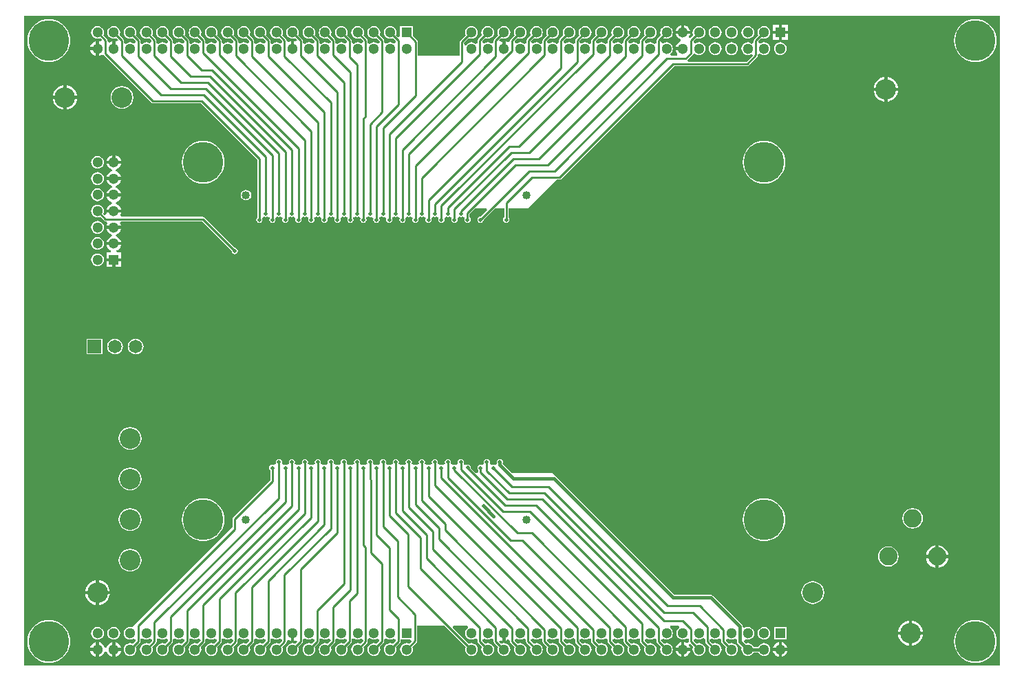
<source format=gbl>
G04 Layer_Physical_Order=2*
G04 Layer_Color=16711680*
%FSLAX25Y25*%
%MOIN*%
G70*
G01*
G75*
%ADD13C,0.01600*%
%ADD14C,0.01000*%
%ADD15C,0.10000*%
%ADD16C,0.06500*%
%ADD17R,0.06500X0.06500*%
%ADD18C,0.05118*%
%ADD19R,0.05118X0.05118*%
%ADD20R,0.05118X0.05118*%
%ADD21C,0.04016*%
%ADD22C,0.19685*%
%ADD23C,0.08858*%
%ADD24C,0.02000*%
G36*
X460630Y-11811D02*
X-11811D01*
Y303150D01*
X460630D01*
Y-11811D01*
D02*
G37*
%LPC*%
G36*
X429518Y40400D02*
X424891D01*
X424978Y39732D01*
X425525Y38412D01*
X426396Y37277D01*
X427530Y36407D01*
X428851Y35860D01*
X429518Y35772D01*
Y40400D01*
D02*
G37*
G36*
X39370Y44918D02*
X37934Y44728D01*
X36596Y44174D01*
X35447Y43293D01*
X34566Y42144D01*
X34012Y40806D01*
X33823Y39370D01*
X34012Y37934D01*
X34566Y36596D01*
X35447Y35447D01*
X36596Y34566D01*
X37934Y34012D01*
X39370Y33823D01*
X40806Y34012D01*
X42144Y34566D01*
X43293Y35447D01*
X44174Y36596D01*
X44728Y37934D01*
X44918Y39370D01*
X44728Y40806D01*
X44174Y42144D01*
X43293Y43293D01*
X42144Y44174D01*
X40806Y44728D01*
X39370Y44918D01*
D02*
G37*
G36*
X435645Y40400D02*
X431018D01*
Y35772D01*
X431685Y35860D01*
X433006Y36407D01*
X434140Y37277D01*
X435010Y38412D01*
X435557Y39732D01*
X435645Y40400D01*
D02*
G37*
G36*
X429518Y46527D02*
X428851Y46439D01*
X427530Y45892D01*
X426396Y45022D01*
X425525Y43888D01*
X424978Y42567D01*
X424891Y41900D01*
X429518D01*
Y46527D01*
D02*
G37*
G36*
X406646Y46121D02*
X405359Y45952D01*
X404160Y45455D01*
X403130Y44665D01*
X402340Y43635D01*
X401843Y42436D01*
X401674Y41150D01*
X401843Y39863D01*
X402340Y38664D01*
X403130Y37634D01*
X404160Y36844D01*
X405359Y36347D01*
X406646Y36178D01*
X407933Y36347D01*
X409131Y36844D01*
X410161Y37634D01*
X410951Y38664D01*
X411448Y39863D01*
X411617Y41150D01*
X411448Y42436D01*
X410951Y43635D01*
X410161Y44665D01*
X409131Y45455D01*
X407933Y45952D01*
X406646Y46121D01*
D02*
G37*
G36*
X29577Y22872D02*
X24372D01*
Y17667D01*
X24798Y17709D01*
X25929Y18052D01*
X26972Y18609D01*
X27885Y19359D01*
X28635Y20272D01*
X29192Y21315D01*
X29535Y22446D01*
X29577Y22872D01*
D02*
G37*
G36*
X22872D02*
X17667D01*
X17709Y22446D01*
X18052Y21315D01*
X18609Y20272D01*
X19359Y19359D01*
X20272Y18609D01*
X21315Y18052D01*
X22446Y17709D01*
X22872Y17667D01*
Y22872D01*
D02*
G37*
G36*
X370079Y29169D02*
X368643Y28980D01*
X367305Y28426D01*
X366156Y27545D01*
X365275Y26396D01*
X364720Y25058D01*
X364531Y23622D01*
X364720Y22186D01*
X365275Y20848D01*
X366156Y19699D01*
X367305Y18818D01*
X368643Y18264D01*
X370079Y18075D01*
X371515Y18264D01*
X372852Y18818D01*
X374001Y19699D01*
X374883Y20848D01*
X375437Y22186D01*
X375626Y23622D01*
X375437Y25058D01*
X374883Y26396D01*
X374001Y27545D01*
X372852Y28426D01*
X371515Y28980D01*
X370079Y29169D01*
D02*
G37*
G36*
X24372Y29577D02*
Y24372D01*
X29577D01*
X29535Y24798D01*
X29192Y25929D01*
X28635Y26972D01*
X27885Y27885D01*
X26972Y28635D01*
X25929Y29192D01*
X24798Y29535D01*
X24372Y29577D01*
D02*
G37*
G36*
X22872D02*
X22446Y29535D01*
X21315Y29192D01*
X20272Y28635D01*
X19359Y27885D01*
X18609Y26972D01*
X18052Y25929D01*
X17709Y24798D01*
X17667Y24372D01*
X22872D01*
Y29577D01*
D02*
G37*
G36*
X431018Y46527D02*
Y41900D01*
X435645D01*
X435557Y42567D01*
X435010Y43888D01*
X434140Y45022D01*
X433006Y45892D01*
X431685Y46439D01*
X431018Y46527D01*
D02*
G37*
G36*
X39370Y103973D02*
X37934Y103784D01*
X36596Y103229D01*
X35447Y102348D01*
X34566Y101199D01*
X34012Y99861D01*
X33823Y98425D01*
X34012Y96989D01*
X34566Y95652D01*
X35447Y94503D01*
X36596Y93621D01*
X37934Y93067D01*
X39370Y92878D01*
X40806Y93067D01*
X42144Y93621D01*
X43293Y94503D01*
X44174Y95652D01*
X44728Y96989D01*
X44918Y98425D01*
X44728Y99861D01*
X44174Y101199D01*
X43293Y102348D01*
X42144Y103229D01*
X40806Y103784D01*
X39370Y103973D01*
D02*
G37*
G36*
X218500Y88429D02*
X217915Y88313D01*
X217419Y87981D01*
X217087Y87485D01*
X216971Y86900D01*
X217087Y86315D01*
X216886Y86011D01*
X215985Y85513D01*
X215400Y85629D01*
X214815Y85513D01*
X213689Y85902D01*
X213584Y86271D01*
X213613Y86315D01*
X213729Y86900D01*
X213613Y87485D01*
X213281Y87981D01*
X212785Y88313D01*
X212200Y88429D01*
X211615Y88313D01*
X211119Y87981D01*
X210787Y87485D01*
X210671Y86900D01*
X210787Y86315D01*
X210678Y86052D01*
X209685Y85513D01*
X209100Y85629D01*
X208515Y85513D01*
X208019Y85181D01*
X207687Y84685D01*
X207571Y84100D01*
X207687Y83515D01*
X208019Y83019D01*
X208080Y82977D01*
Y81900D01*
X207140Y81500D01*
X206842D01*
X204382Y83960D01*
X204429Y84200D01*
X204313Y84785D01*
X203981Y85281D01*
X203485Y85613D01*
X202900Y85729D01*
X202315Y85613D01*
X202121Y85484D01*
X201187Y85689D01*
X200978Y85824D01*
X200888Y86128D01*
X201013Y86315D01*
X201129Y86900D01*
X201013Y87485D01*
X200681Y87981D01*
X200185Y88313D01*
X199600Y88429D01*
X199015Y88313D01*
X198519Y87981D01*
X198187Y87485D01*
X198071Y86900D01*
X198187Y86315D01*
X198078Y86052D01*
X197085Y85513D01*
X196500Y85629D01*
X195915Y85513D01*
X194789Y85902D01*
X194684Y86271D01*
X194713Y86315D01*
X194829Y86900D01*
X194713Y87485D01*
X194381Y87981D01*
X193885Y88313D01*
X193300Y88429D01*
X192715Y88313D01*
X192219Y87981D01*
X191887Y87485D01*
X191771Y86900D01*
X191887Y86315D01*
X191778Y86052D01*
X190785Y85513D01*
X190200Y85629D01*
X189615Y85513D01*
X188489Y85902D01*
X188384Y86271D01*
X188413Y86315D01*
X188529Y86900D01*
X188413Y87485D01*
X188081Y87981D01*
X187585Y88313D01*
X187000Y88429D01*
X186415Y88313D01*
X185919Y87981D01*
X185587Y87485D01*
X185471Y86900D01*
X185587Y86315D01*
X185478Y86052D01*
X184485Y85513D01*
X183900Y85629D01*
X183315Y85513D01*
X182189Y85902D01*
X182084Y86271D01*
X182113Y86315D01*
X182229Y86900D01*
X182113Y87485D01*
X181781Y87981D01*
X181285Y88313D01*
X180700Y88429D01*
X180115Y88313D01*
X179619Y87981D01*
X179287Y87485D01*
X179171Y86900D01*
X179287Y86315D01*
X179178Y86052D01*
X178185Y85513D01*
X177600Y85629D01*
X177015Y85513D01*
X175889Y85902D01*
X175784Y86271D01*
X175813Y86315D01*
X175929Y86900D01*
X175813Y87485D01*
X175481Y87981D01*
X174985Y88313D01*
X174400Y88429D01*
X173815Y88313D01*
X173319Y87981D01*
X172987Y87485D01*
X172871Y86900D01*
X172987Y86315D01*
X172878Y86052D01*
X171885Y85513D01*
X171300Y85629D01*
X170715Y85513D01*
X169589Y85902D01*
X169484Y86271D01*
X169513Y86315D01*
X169629Y86900D01*
X169513Y87485D01*
X169181Y87981D01*
X168685Y88313D01*
X168100Y88429D01*
X167515Y88313D01*
X167019Y87981D01*
X166687Y87485D01*
X166571Y86900D01*
X166687Y86315D01*
X166716Y86271D01*
X166611Y85902D01*
X165485Y85513D01*
X164900Y85629D01*
X164315Y85513D01*
X163382Y86093D01*
X163332Y86186D01*
X163313Y86315D01*
X163429Y86900D01*
X163313Y87485D01*
X162981Y87981D01*
X162485Y88313D01*
X161900Y88429D01*
X161315Y88313D01*
X160819Y87981D01*
X160487Y87485D01*
X160371Y86900D01*
X160487Y86315D01*
X160516Y86271D01*
X160411Y85902D01*
X159285Y85513D01*
X158700Y85629D01*
X158115Y85513D01*
X157122Y86052D01*
X157013Y86315D01*
X157129Y86900D01*
X157013Y87485D01*
X156681Y87981D01*
X156185Y88313D01*
X155600Y88429D01*
X155015Y88313D01*
X154519Y87981D01*
X154187Y87485D01*
X154071Y86900D01*
X154187Y86315D01*
X154216Y86271D01*
X154111Y85902D01*
X152985Y85513D01*
X152400Y85629D01*
X151815Y85513D01*
X150822Y86052D01*
X150713Y86315D01*
X150829Y86900D01*
X150713Y87485D01*
X150381Y87981D01*
X149885Y88313D01*
X149300Y88429D01*
X148715Y88313D01*
X148219Y87981D01*
X147887Y87485D01*
X147771Y86900D01*
X147887Y86315D01*
X147916Y86271D01*
X147811Y85902D01*
X146685Y85513D01*
X146100Y85629D01*
X145515Y85513D01*
X144389Y85902D01*
X144284Y86271D01*
X144313Y86315D01*
X144429Y86900D01*
X144313Y87485D01*
X143981Y87981D01*
X143485Y88313D01*
X142900Y88429D01*
X142315Y88313D01*
X141819Y87981D01*
X141487Y87485D01*
X141371Y86900D01*
X141487Y86315D01*
X141378Y86052D01*
X140385Y85513D01*
X139800Y85629D01*
X139215Y85513D01*
X138089Y85902D01*
X137984Y86271D01*
X138013Y86315D01*
X138129Y86900D01*
X138013Y87485D01*
X137681Y87981D01*
X137185Y88313D01*
X136600Y88429D01*
X136015Y88313D01*
X135519Y87981D01*
X135187Y87485D01*
X135071Y86900D01*
X135187Y86315D01*
X135078Y86052D01*
X134085Y85513D01*
X133500Y85629D01*
X132915Y85513D01*
X131789Y85902D01*
X131684Y86271D01*
X131713Y86315D01*
X131829Y86900D01*
X131713Y87485D01*
X131381Y87981D01*
X130885Y88313D01*
X130300Y88429D01*
X129715Y88313D01*
X129219Y87981D01*
X128887Y87485D01*
X128771Y86900D01*
X128887Y86315D01*
X128934Y86245D01*
X128826Y85848D01*
X127692Y85494D01*
X127664Y85513D01*
X127079Y85629D01*
X126493Y85513D01*
X125561Y86093D01*
X125511Y86186D01*
X125492Y86315D01*
X125608Y86900D01*
X125492Y87485D01*
X125160Y87981D01*
X124664Y88313D01*
X124079Y88429D01*
X123493Y88313D01*
X122997Y87981D01*
X122666Y87485D01*
X122549Y86900D01*
X122666Y86315D01*
X122695Y86271D01*
X122590Y85902D01*
X121464Y85513D01*
X120879Y85629D01*
X120293Y85513D01*
X119300Y86052D01*
X119192Y86315D01*
X119308Y86900D01*
X119192Y87485D01*
X118860Y87981D01*
X118364Y88313D01*
X117779Y88429D01*
X117193Y88313D01*
X116697Y87981D01*
X116366Y87485D01*
X116249Y86900D01*
X116366Y86315D01*
X116395Y86271D01*
X116290Y85902D01*
X115164Y85513D01*
X114579Y85629D01*
X113993Y85513D01*
X113000Y86052D01*
X112892Y86315D01*
X113008Y86900D01*
X112892Y87485D01*
X112560Y87981D01*
X112064Y88313D01*
X111479Y88429D01*
X110893Y88313D01*
X110397Y87981D01*
X110066Y87485D01*
X109949Y86900D01*
X110066Y86315D01*
X110095Y86271D01*
X109990Y85902D01*
X108864Y85513D01*
X108279Y85629D01*
X107693Y85513D01*
X107197Y85181D01*
X106866Y84685D01*
X106749Y84100D01*
X106866Y83515D01*
X107197Y83019D01*
X107259Y82977D01*
Y78201D01*
X89179Y60121D01*
X88958Y59790D01*
X88880Y59400D01*
Y55380D01*
X42000Y8500D01*
X42000Y8500D01*
X41479Y7979D01*
X41293Y7793D01*
X41000Y7500D01*
X40330Y6942D01*
X40093Y6927D01*
X39370Y7023D01*
X38572Y6917D01*
X37827Y6609D01*
X37188Y6119D01*
X36698Y5480D01*
X36390Y4736D01*
X36285Y3937D01*
X36390Y3138D01*
X36698Y2394D01*
X37188Y1755D01*
X37827Y1265D01*
X38572Y957D01*
X39370Y852D01*
X40169Y957D01*
X40913Y1265D01*
X41042Y1364D01*
X42025Y989D01*
X42103Y569D01*
X42070Y204D01*
X40692Y-1173D01*
X40169Y-957D01*
X39370Y-852D01*
X38572Y-957D01*
X37827Y-1265D01*
X37188Y-1755D01*
X36698Y-2394D01*
X36390Y-3138D01*
X36285Y-3937D01*
X36390Y-4736D01*
X36698Y-5480D01*
X37188Y-6119D01*
X37827Y-6609D01*
X38572Y-6917D01*
X39370Y-7023D01*
X40169Y-6917D01*
X40913Y-6609D01*
X41552Y-6119D01*
X42042Y-5480D01*
X42350Y-4736D01*
X42456Y-3937D01*
X42350Y-3138D01*
X42134Y-2615D01*
X44021Y-728D01*
X44242Y-397D01*
X44320Y-7D01*
Y1117D01*
X44475Y1250D01*
X45320Y1558D01*
X45701Y1265D01*
X46446Y957D01*
X47244Y852D01*
X48043Y957D01*
X48787Y1265D01*
X48961Y1398D01*
X49946Y1045D01*
X49982Y884D01*
X49963Y224D01*
X48566Y-1173D01*
X48043Y-957D01*
X47244Y-852D01*
X46446Y-957D01*
X45701Y-1265D01*
X45062Y-1755D01*
X44572Y-2394D01*
X44264Y-3138D01*
X44159Y-3937D01*
X44264Y-4736D01*
X44572Y-5480D01*
X45062Y-6119D01*
X45701Y-6609D01*
X46446Y-6917D01*
X47244Y-7023D01*
X48043Y-6917D01*
X48787Y-6609D01*
X49426Y-6119D01*
X49916Y-5480D01*
X50224Y-4736D01*
X50330Y-3937D01*
X50224Y-3138D01*
X50008Y-2615D01*
X51921Y-702D01*
X52142Y-371D01*
X52220Y19D01*
Y1102D01*
X52309Y1184D01*
X53220Y1538D01*
X53575Y1265D01*
X54320Y957D01*
X55118Y852D01*
X55917Y957D01*
X56661Y1265D01*
X56879Y1433D01*
X56986Y1414D01*
X57830Y1037D01*
X57856Y243D01*
X56440Y-1173D01*
X55917Y-957D01*
X55118Y-852D01*
X54320Y-957D01*
X53575Y-1265D01*
X52936Y-1755D01*
X52446Y-2394D01*
X52138Y-3138D01*
X52033Y-3937D01*
X52138Y-4736D01*
X52446Y-5480D01*
X52936Y-6119D01*
X53575Y-6609D01*
X54320Y-6917D01*
X55118Y-7023D01*
X55917Y-6917D01*
X56661Y-6609D01*
X57300Y-6119D01*
X57790Y-5480D01*
X58099Y-4736D01*
X58204Y-3937D01*
X58099Y-3138D01*
X57882Y-2615D01*
X59821Y-676D01*
X60042Y-345D01*
X60120Y45D01*
Y1087D01*
X60150Y1116D01*
X61120Y1518D01*
X61449Y1265D01*
X62194Y957D01*
X62992Y852D01*
X63791Y957D01*
X64535Y1265D01*
X64626Y1335D01*
X65608Y943D01*
X65699Y359D01*
X65674Y187D01*
X64314Y-1173D01*
X63791Y-957D01*
X62992Y-852D01*
X62194Y-957D01*
X61449Y-1265D01*
X60810Y-1755D01*
X60320Y-2394D01*
X60012Y-3138D01*
X59907Y-3937D01*
X60012Y-4736D01*
X60320Y-5480D01*
X60810Y-6119D01*
X61449Y-6609D01*
X62194Y-6917D01*
X62992Y-7023D01*
X63791Y-6917D01*
X64535Y-6609D01*
X65174Y-6119D01*
X65664Y-5480D01*
X65973Y-4736D01*
X66078Y-3937D01*
X65973Y-3138D01*
X65756Y-2615D01*
X67621Y-750D01*
X67842Y-419D01*
X67920Y-29D01*
Y1130D01*
X68135Y1306D01*
X68920Y1575D01*
X69323Y1265D01*
X70068Y957D01*
X70866Y852D01*
X71665Y957D01*
X72409Y1265D01*
X72545Y1369D01*
X73528Y998D01*
X73602Y612D01*
X73569Y207D01*
X72188Y-1173D01*
X71665Y-957D01*
X70866Y-852D01*
X70068Y-957D01*
X69323Y-1265D01*
X68684Y-1755D01*
X68194Y-2394D01*
X67886Y-3138D01*
X67781Y-3937D01*
X67886Y-4736D01*
X68194Y-5480D01*
X68684Y-6119D01*
X69323Y-6609D01*
X70068Y-6917D01*
X70866Y-7023D01*
X71665Y-6917D01*
X72409Y-6609D01*
X73048Y-6119D01*
X73538Y-5480D01*
X73847Y-4736D01*
X73952Y-3937D01*
X73847Y-3138D01*
X73630Y-2615D01*
X75521Y-724D01*
X75742Y-393D01*
X75820Y-3D01*
Y1115D01*
X75964Y1240D01*
X76820Y1555D01*
X77197Y1265D01*
X77942Y957D01*
X78740Y852D01*
X79539Y957D01*
X80283Y1265D01*
X80464Y1404D01*
X81449Y1054D01*
X81476Y938D01*
X81462Y227D01*
X80062Y-1173D01*
X79539Y-957D01*
X78740Y-852D01*
X77942Y-957D01*
X77197Y-1265D01*
X76558Y-1755D01*
X76068Y-2394D01*
X75760Y-3138D01*
X75655Y-3937D01*
X75760Y-4736D01*
X76068Y-5480D01*
X76558Y-6119D01*
X77197Y-6609D01*
X77942Y-6917D01*
X78740Y-7023D01*
X79539Y-6917D01*
X80283Y-6609D01*
X80922Y-6119D01*
X81412Y-5480D01*
X81721Y-4736D01*
X81826Y-3937D01*
X81721Y-3138D01*
X81504Y-2615D01*
X83421Y-698D01*
X83642Y-367D01*
X83720Y23D01*
Y1100D01*
X83800Y1174D01*
X84720Y1535D01*
X85071Y1265D01*
X85816Y957D01*
X86614Y852D01*
X87413Y957D01*
X88157Y1265D01*
X88210Y1306D01*
X89191Y897D01*
X89284Y197D01*
X89278Y169D01*
X87936Y-1173D01*
X87413Y-957D01*
X86614Y-852D01*
X85816Y-957D01*
X85071Y-1265D01*
X84432Y-1755D01*
X83942Y-2394D01*
X83634Y-3138D01*
X83529Y-3937D01*
X83634Y-4736D01*
X83942Y-5480D01*
X84432Y-6119D01*
X85071Y-6609D01*
X85816Y-6917D01*
X86614Y-7023D01*
X87413Y-6917D01*
X88157Y-6609D01*
X88796Y-6119D01*
X89286Y-5480D01*
X89595Y-4736D01*
X89700Y-3937D01*
X89595Y-3138D01*
X89378Y-2615D01*
X91221Y-772D01*
X91442Y-441D01*
X91520Y-51D01*
Y1143D01*
X91799Y1360D01*
X92520Y1592D01*
X92945Y1265D01*
X93690Y957D01*
X94488Y852D01*
X95287Y957D01*
X96031Y1265D01*
X96129Y1340D01*
X97111Y951D01*
X97201Y393D01*
X97174Y190D01*
X95810Y-1173D01*
X95287Y-957D01*
X94488Y-852D01*
X93690Y-957D01*
X92945Y-1265D01*
X92307Y-1755D01*
X91816Y-2394D01*
X91508Y-3138D01*
X91403Y-3937D01*
X91508Y-4736D01*
X91816Y-5480D01*
X92307Y-6119D01*
X92945Y-6609D01*
X93690Y-6917D01*
X94488Y-7023D01*
X95287Y-6917D01*
X96031Y-6609D01*
X96670Y-6119D01*
X97160Y-5480D01*
X97469Y-4736D01*
X97574Y-3937D01*
X97469Y-3138D01*
X97252Y-2615D01*
X99121Y-746D01*
X99342Y-415D01*
X99420Y-25D01*
Y1128D01*
X99624Y1296D01*
X100420Y1572D01*
X100820Y1265D01*
X101564Y957D01*
X102362Y852D01*
X103161Y957D01*
X103905Y1265D01*
X104048Y1374D01*
X105031Y1006D01*
X105100Y657D01*
X105068Y210D01*
X103684Y-1173D01*
X103161Y-957D01*
X102362Y-852D01*
X101564Y-957D01*
X100820Y-1265D01*
X100180Y-1755D01*
X99690Y-2394D01*
X99382Y-3138D01*
X99277Y-3937D01*
X99382Y-4736D01*
X99690Y-5480D01*
X100180Y-6119D01*
X100820Y-6609D01*
X101564Y-6917D01*
X102362Y-7023D01*
X103161Y-6917D01*
X103905Y-6609D01*
X104544Y-6119D01*
X105034Y-5480D01*
X105342Y-4736D01*
X105448Y-3937D01*
X105342Y-3138D01*
X105126Y-2615D01*
X107021Y-720D01*
X107242Y-389D01*
X107320Y1D01*
Y1113D01*
X107454Y1230D01*
X108320Y1552D01*
X108694Y1265D01*
X109438Y957D01*
X110236Y852D01*
X111035Y957D01*
X111779Y1265D01*
X111966Y1409D01*
X112952Y1063D01*
X112969Y994D01*
X112961Y230D01*
X111558Y-1173D01*
X111035Y-957D01*
X110236Y-852D01*
X109438Y-957D01*
X108694Y-1265D01*
X108054Y-1755D01*
X107564Y-2394D01*
X107256Y-3138D01*
X107151Y-3937D01*
X107256Y-4736D01*
X107564Y-5480D01*
X108054Y-6119D01*
X108694Y-6609D01*
X109438Y-6917D01*
X110236Y-7023D01*
X111035Y-6917D01*
X111779Y-6609D01*
X112418Y-6119D01*
X112908Y-5480D01*
X113217Y-4736D01*
X113322Y-3937D01*
X113217Y-3138D01*
X113000Y-2615D01*
X114921Y-694D01*
X115142Y-363D01*
X115220Y27D01*
Y409D01*
X116220Y902D01*
X116315Y828D01*
X117181Y470D01*
X117360Y446D01*
Y3937D01*
X118860D01*
Y446D01*
X119039Y470D01*
X119336Y593D01*
X120411Y70D01*
X120446Y17D01*
X120472Y-134D01*
X119432Y-1173D01*
X118909Y-957D01*
X118110Y-852D01*
X117312Y-957D01*
X116568Y-1265D01*
X115928Y-1755D01*
X115438Y-2394D01*
X115130Y-3138D01*
X115025Y-3937D01*
X115130Y-4736D01*
X115438Y-5480D01*
X115928Y-6119D01*
X116568Y-6609D01*
X117312Y-6917D01*
X118110Y-7023D01*
X118909Y-6917D01*
X119653Y-6609D01*
X120292Y-6119D01*
X120782Y-5480D01*
X121091Y-4736D01*
X121196Y-3937D01*
X121091Y-3138D01*
X120874Y-2615D01*
X122821Y-668D01*
X123042Y-337D01*
X123120Y53D01*
Y1083D01*
X123133Y1096D01*
X124120Y1512D01*
X124442Y1265D01*
X125186Y957D01*
X125984Y852D01*
X126783Y957D01*
X127527Y1265D01*
X127632Y1345D01*
X128614Y959D01*
X128702Y428D01*
X128673Y193D01*
X127306Y-1173D01*
X126783Y-957D01*
X125984Y-852D01*
X125186Y-957D01*
X124442Y-1265D01*
X123802Y-1755D01*
X123312Y-2394D01*
X123004Y-3138D01*
X122899Y-3937D01*
X123004Y-4736D01*
X123312Y-5480D01*
X123802Y-6119D01*
X124442Y-6609D01*
X125186Y-6917D01*
X125984Y-7023D01*
X126783Y-6917D01*
X127527Y-6609D01*
X128166Y-6119D01*
X128656Y-5480D01*
X128965Y-4736D01*
X129070Y-3937D01*
X128965Y-3138D01*
X128748Y-2615D01*
X130621Y-742D01*
X130842Y-411D01*
X130920Y-21D01*
Y1125D01*
X131113Y1286D01*
X131920Y1569D01*
X132316Y1265D01*
X133060Y957D01*
X133858Y852D01*
X134657Y957D01*
X135401Y1265D01*
X135550Y1380D01*
X136535Y1015D01*
X136598Y703D01*
X136567Y213D01*
X135180Y-1173D01*
X134657Y-957D01*
X133858Y-852D01*
X133060Y-957D01*
X132316Y-1265D01*
X131676Y-1755D01*
X131186Y-2394D01*
X130878Y-3138D01*
X130773Y-3937D01*
X130878Y-4736D01*
X131186Y-5480D01*
X131676Y-6119D01*
X132316Y-6609D01*
X133060Y-6917D01*
X133858Y-7023D01*
X134657Y-6917D01*
X135401Y-6609D01*
X136040Y-6119D01*
X136530Y-5480D01*
X136839Y-4736D01*
X136944Y-3937D01*
X136839Y-3138D01*
X136622Y-2615D01*
X138521Y-716D01*
X138742Y-386D01*
X138820Y5D01*
Y1111D01*
X138944Y1220D01*
X139820Y1549D01*
X140190Y1265D01*
X140934Y957D01*
X141732Y852D01*
X142531Y957D01*
X143275Y1265D01*
X143469Y1414D01*
X144456Y1071D01*
X144461Y1052D01*
X144460Y233D01*
X143054Y-1173D01*
X142531Y-957D01*
X141732Y-852D01*
X140934Y-957D01*
X140190Y-1265D01*
X139551Y-1755D01*
X139060Y-2394D01*
X138752Y-3138D01*
X138647Y-3937D01*
X138752Y-4736D01*
X139060Y-5480D01*
X139551Y-6119D01*
X140190Y-6609D01*
X140934Y-6917D01*
X141732Y-7023D01*
X142531Y-6917D01*
X143275Y-6609D01*
X143914Y-6119D01*
X144404Y-5480D01*
X144713Y-4736D01*
X144818Y-3937D01*
X144713Y-3138D01*
X144496Y-2615D01*
X146421Y-690D01*
X146642Y-359D01*
X146720Y31D01*
Y1096D01*
X146781Y1153D01*
X147720Y1529D01*
X148064Y1265D01*
X148808Y957D01*
X149606Y852D01*
X150405Y957D01*
X151149Y1265D01*
X151216Y1316D01*
X152197Y913D01*
X152290Y250D01*
X152277Y175D01*
X150928Y-1173D01*
X150405Y-957D01*
X149606Y-852D01*
X148808Y-957D01*
X148064Y-1265D01*
X147425Y-1755D01*
X146934Y-2394D01*
X146626Y-3138D01*
X146521Y-3937D01*
X146626Y-4736D01*
X146934Y-5480D01*
X147425Y-6119D01*
X148064Y-6609D01*
X148808Y-6917D01*
X149606Y-7023D01*
X150405Y-6917D01*
X151149Y-6609D01*
X151788Y-6119D01*
X152278Y-5480D01*
X152587Y-4736D01*
X152692Y-3937D01*
X152587Y-3138D01*
X152370Y-2615D01*
X154221Y-764D01*
X154442Y-434D01*
X154520Y-43D01*
Y1138D01*
X154776Y1341D01*
X155520Y1586D01*
X155938Y1265D01*
X156682Y957D01*
X157480Y852D01*
X158279Y957D01*
X159023Y1265D01*
X159134Y1350D01*
X160117Y967D01*
X160203Y465D01*
X160172Y197D01*
X158802Y-1173D01*
X158279Y-957D01*
X157480Y-852D01*
X156682Y-957D01*
X155938Y-1265D01*
X155299Y-1755D01*
X154808Y-2394D01*
X154500Y-3138D01*
X154395Y-3937D01*
X154500Y-4736D01*
X154808Y-5480D01*
X155299Y-6119D01*
X155938Y-6609D01*
X156682Y-6917D01*
X157480Y-7023D01*
X158279Y-6917D01*
X159023Y-6609D01*
X159662Y-6119D01*
X160152Y-5480D01*
X160461Y-4736D01*
X160566Y-3937D01*
X160461Y-3138D01*
X160244Y-2615D01*
X162121Y-738D01*
X162342Y-408D01*
X162420Y-17D01*
Y1123D01*
X162602Y1276D01*
X163420Y1566D01*
X163812Y1265D01*
X164556Y957D01*
X165354Y852D01*
X166153Y957D01*
X166897Y1265D01*
X167053Y1385D01*
X168038Y1023D01*
X168094Y751D01*
X168066Y216D01*
X166676Y-1173D01*
X166153Y-957D01*
X165354Y-852D01*
X164556Y-957D01*
X163812Y-1265D01*
X163173Y-1755D01*
X162682Y-2394D01*
X162374Y-3138D01*
X162269Y-3937D01*
X162374Y-4736D01*
X162682Y-5480D01*
X163173Y-6119D01*
X163812Y-6609D01*
X164556Y-6917D01*
X165354Y-7023D01*
X166153Y-6917D01*
X166897Y-6609D01*
X167536Y-6119D01*
X168026Y-5480D01*
X168335Y-4736D01*
X168440Y-3937D01*
X168335Y-3138D01*
X168118Y-2615D01*
X170021Y-712D01*
X170242Y-381D01*
X170320Y9D01*
Y878D01*
X175187D01*
X175601Y-122D01*
X174550Y-1173D01*
X174027Y-957D01*
X173228Y-852D01*
X172430Y-957D01*
X171686Y-1265D01*
X171047Y-1755D01*
X170556Y-2394D01*
X170248Y-3138D01*
X170143Y-3937D01*
X170248Y-4736D01*
X170556Y-5480D01*
X171047Y-6119D01*
X171686Y-6609D01*
X172430Y-6917D01*
X173228Y-7023D01*
X174027Y-6917D01*
X174771Y-6609D01*
X175410Y-6119D01*
X175900Y-5480D01*
X176209Y-4736D01*
X176314Y-3937D01*
X176209Y-3138D01*
X175992Y-2615D01*
X178221Y-386D01*
X178442Y-56D01*
X178520Y335D01*
Y7500D01*
X191846Y7500D01*
X201961Y-2615D01*
X201744Y-3138D01*
X201639Y-3937D01*
X201744Y-4736D01*
X202052Y-5480D01*
X202543Y-6119D01*
X203182Y-6609D01*
X203926Y-6917D01*
X204724Y-7023D01*
X205523Y-6917D01*
X206267Y-6609D01*
X206906Y-6119D01*
X207397Y-5480D01*
X207705Y-4736D01*
X207810Y-3937D01*
X207705Y-3138D01*
X207397Y-2394D01*
X206906Y-1755D01*
X206267Y-1265D01*
X205523Y-957D01*
X204724Y-852D01*
X203926Y-957D01*
X203403Y-1173D01*
X195653Y6576D01*
X196036Y7500D01*
X202766D01*
X202985Y7030D01*
X203040Y6500D01*
X202543Y6119D01*
X202052Y5480D01*
X201744Y4736D01*
X201639Y3937D01*
X201744Y3138D01*
X202052Y2394D01*
X202543Y1755D01*
X203182Y1265D01*
X203926Y957D01*
X204724Y852D01*
X205523Y957D01*
X206267Y1265D01*
X206680Y1582D01*
X207438Y1329D01*
X207680Y1135D01*
Y-39D01*
X207758Y-429D01*
X207979Y-759D01*
X209835Y-2615D01*
X209618Y-3138D01*
X209513Y-3937D01*
X209618Y-4736D01*
X209926Y-5480D01*
X210417Y-6119D01*
X211056Y-6609D01*
X211800Y-6917D01*
X212598Y-7023D01*
X213397Y-6917D01*
X214141Y-6609D01*
X214780Y-6119D01*
X215270Y-5480D01*
X215579Y-4736D01*
X215684Y-3937D01*
X215579Y-3138D01*
X215270Y-2394D01*
X214780Y-1755D01*
X214141Y-1265D01*
X213397Y-957D01*
X212598Y-852D01*
X211800Y-957D01*
X211277Y-1173D01*
X209924Y179D01*
X209906Y285D01*
X209999Y923D01*
X210981Y1322D01*
X211056Y1265D01*
X211800Y957D01*
X212598Y852D01*
X213397Y957D01*
X214141Y1265D01*
X214480Y1525D01*
X215429Y1141D01*
X215480Y1093D01*
Y35D01*
X215558Y-355D01*
X215779Y-685D01*
X217709Y-2615D01*
X217492Y-3138D01*
X217387Y-3937D01*
X217492Y-4736D01*
X217800Y-5480D01*
X218291Y-6119D01*
X218930Y-6609D01*
X219674Y-6917D01*
X220473Y-7023D01*
X221271Y-6917D01*
X222015Y-6609D01*
X222654Y-6119D01*
X223145Y-5480D01*
X223453Y-4736D01*
X223558Y-3937D01*
X223453Y-3138D01*
X223145Y-2394D01*
X222654Y-1755D01*
X222015Y-1265D01*
X221271Y-957D01*
X220473Y-852D01*
X219674Y-957D01*
X219151Y-1173D01*
X218127Y-150D01*
X218154Y12D01*
X218179Y50D01*
X219263Y586D01*
X219543Y470D01*
X219723Y446D01*
Y3937D01*
X221222D01*
Y446D01*
X221402Y470D01*
X222267Y828D01*
X222380Y915D01*
X223380Y422D01*
Y10D01*
X223458Y-381D01*
X223679Y-711D01*
X225583Y-2615D01*
X225366Y-3138D01*
X225261Y-3937D01*
X225366Y-4736D01*
X225674Y-5480D01*
X226165Y-6119D01*
X226804Y-6609D01*
X227548Y-6917D01*
X228346Y-7023D01*
X229145Y-6917D01*
X229889Y-6609D01*
X230528Y-6119D01*
X231019Y-5480D01*
X231327Y-4736D01*
X231432Y-3937D01*
X231327Y-3138D01*
X231019Y-2394D01*
X230528Y-1755D01*
X229889Y-1265D01*
X229145Y-957D01*
X228346Y-852D01*
X227548Y-957D01*
X227025Y-1173D01*
X225634Y217D01*
X225606Y761D01*
X225662Y1025D01*
X226646Y1386D01*
X226804Y1265D01*
X227548Y957D01*
X228346Y852D01*
X229145Y957D01*
X229889Y1265D01*
X230180Y1488D01*
X231180Y1037D01*
Y84D01*
X231258Y-307D01*
X231479Y-637D01*
X233457Y-2615D01*
X233240Y-3138D01*
X233135Y-3937D01*
X233240Y-4736D01*
X233548Y-5480D01*
X234039Y-6119D01*
X234678Y-6609D01*
X235422Y-6917D01*
X236221Y-7023D01*
X237019Y-6917D01*
X237763Y-6609D01*
X238402Y-6119D01*
X238893Y-5480D01*
X239201Y-4736D01*
X239306Y-3937D01*
X239201Y-3138D01*
X238893Y-2394D01*
X238402Y-1755D01*
X237763Y-1265D01*
X237019Y-957D01*
X236221Y-852D01*
X235422Y-957D01*
X234899Y-1173D01*
X233442Y283D01*
X233489Y1034D01*
X234476Y1420D01*
X234678Y1265D01*
X235422Y957D01*
X236221Y852D01*
X237019Y957D01*
X237763Y1265D01*
X238180Y1585D01*
X238927Y1339D01*
X239180Y1138D01*
Y-43D01*
X239258Y-433D01*
X239479Y-764D01*
X241331Y-2615D01*
X241114Y-3138D01*
X241009Y-3937D01*
X241114Y-4736D01*
X241422Y-5480D01*
X241913Y-6119D01*
X242552Y-6609D01*
X243296Y-6917D01*
X244094Y-7023D01*
X244893Y-6917D01*
X245637Y-6609D01*
X246276Y-6119D01*
X246767Y-5480D01*
X247075Y-4736D01*
X247180Y-3937D01*
X247075Y-3138D01*
X246767Y-2394D01*
X246276Y-1755D01*
X245637Y-1265D01*
X244893Y-957D01*
X244094Y-852D01*
X243296Y-957D01*
X242773Y-1173D01*
X241423Y176D01*
X241409Y256D01*
X241502Y915D01*
X242484Y1317D01*
X242552Y1265D01*
X243296Y957D01*
X244094Y852D01*
X244893Y957D01*
X245637Y1265D01*
X245980Y1528D01*
X246920Y1151D01*
X246980Y1095D01*
Y32D01*
X247058Y-359D01*
X247279Y-689D01*
X249205Y-2615D01*
X248988Y-3138D01*
X248883Y-3937D01*
X248988Y-4736D01*
X249296Y-5480D01*
X249787Y-6119D01*
X250426Y-6609D01*
X251170Y-6917D01*
X251969Y-7023D01*
X252767Y-6917D01*
X253511Y-6609D01*
X254150Y-6119D01*
X254641Y-5480D01*
X254949Y-4736D01*
X255054Y-3937D01*
X254949Y-3138D01*
X254641Y-2394D01*
X254150Y-1755D01*
X253511Y-1265D01*
X252767Y-957D01*
X251969Y-852D01*
X251170Y-957D01*
X250647Y-1173D01*
X249240Y233D01*
X249241Y1064D01*
X249243Y1073D01*
X250230Y1415D01*
X250426Y1265D01*
X251170Y957D01*
X251969Y852D01*
X252767Y957D01*
X253511Y1265D01*
X253880Y1548D01*
X254758Y1218D01*
X254880Y1110D01*
Y6D01*
X254958Y-385D01*
X255179Y-715D01*
X257079Y-2615D01*
X256862Y-3138D01*
X256757Y-3937D01*
X256862Y-4736D01*
X257170Y-5480D01*
X257661Y-6119D01*
X258300Y-6609D01*
X259044Y-6917D01*
X259842Y-7023D01*
X260641Y-6917D01*
X261385Y-6609D01*
X262024Y-6119D01*
X262515Y-5480D01*
X262823Y-4736D01*
X262928Y-3937D01*
X262823Y-3138D01*
X262515Y-2394D01*
X262024Y-1755D01*
X261385Y-1265D01*
X260641Y-957D01*
X259842Y-852D01*
X259044Y-957D01*
X258521Y-1173D01*
X257133Y214D01*
X257103Y713D01*
X257165Y1016D01*
X258149Y1381D01*
X258300Y1265D01*
X259044Y957D01*
X259842Y852D01*
X260641Y957D01*
X261385Y1265D01*
X261780Y1568D01*
X262589Y1284D01*
X262780Y1125D01*
Y-21D01*
X262858Y-411D01*
X263079Y-741D01*
X264953Y-2615D01*
X264736Y-3138D01*
X264631Y-3937D01*
X264736Y-4736D01*
X265044Y-5480D01*
X265535Y-6119D01*
X266174Y-6609D01*
X266918Y-6917D01*
X267717Y-7023D01*
X268515Y-6917D01*
X269259Y-6609D01*
X269898Y-6119D01*
X270389Y-5480D01*
X270697Y-4736D01*
X270802Y-3937D01*
X270697Y-3138D01*
X270389Y-2394D01*
X269898Y-1755D01*
X269259Y-1265D01*
X268515Y-957D01*
X267717Y-852D01*
X266918Y-957D01*
X266395Y-1173D01*
X265027Y194D01*
X264998Y436D01*
X265085Y961D01*
X266068Y1346D01*
X266174Y1265D01*
X266918Y957D01*
X267717Y852D01*
X268515Y957D01*
X269259Y1265D01*
X269680Y1588D01*
X270415Y1349D01*
X270680Y1140D01*
Y-46D01*
X270758Y-437D01*
X270979Y-767D01*
X272827Y-2615D01*
X272610Y-3138D01*
X272505Y-3937D01*
X272610Y-4736D01*
X272919Y-5480D01*
X273409Y-6119D01*
X274048Y-6609D01*
X274792Y-6917D01*
X275591Y-7023D01*
X276389Y-6917D01*
X277133Y-6609D01*
X277772Y-6119D01*
X278263Y-5480D01*
X278571Y-4736D01*
X278676Y-3937D01*
X278571Y-3138D01*
X278263Y-2394D01*
X277772Y-1755D01*
X277133Y-1265D01*
X276389Y-957D01*
X275591Y-852D01*
X274792Y-957D01*
X274269Y-1173D01*
X272922Y173D01*
X272912Y228D01*
X273005Y907D01*
X273987Y1312D01*
X274048Y1265D01*
X274792Y957D01*
X275591Y852D01*
X276389Y957D01*
X277133Y1265D01*
X277480Y1531D01*
X278411Y1161D01*
X278480Y1097D01*
Y28D01*
X278558Y-363D01*
X278779Y-693D01*
X280701Y-2615D01*
X280484Y-3138D01*
X280379Y-3937D01*
X280484Y-4736D01*
X280792Y-5480D01*
X281283Y-6119D01*
X281922Y-6609D01*
X282666Y-6917D01*
X283465Y-7023D01*
X284263Y-6917D01*
X285007Y-6609D01*
X285646Y-6119D01*
X286137Y-5480D01*
X286445Y-4736D01*
X286550Y-3937D01*
X286445Y-3138D01*
X286137Y-2394D01*
X285646Y-1755D01*
X285007Y-1265D01*
X284263Y-957D01*
X283465Y-852D01*
X282666Y-957D01*
X282143Y-1173D01*
X280739Y230D01*
X280733Y1006D01*
X280747Y1064D01*
X281733Y1410D01*
X281922Y1265D01*
X282666Y957D01*
X283465Y852D01*
X284263Y957D01*
X285007Y1265D01*
X285380Y1551D01*
X286248Y1228D01*
X286380Y1112D01*
Y2D01*
X286458Y-389D01*
X286679Y-719D01*
X288575Y-2615D01*
X288358Y-3138D01*
X288253Y-3937D01*
X288358Y-4736D01*
X288667Y-5480D01*
X289157Y-6119D01*
X289796Y-6609D01*
X290540Y-6917D01*
X291339Y-7023D01*
X292137Y-6917D01*
X292881Y-6609D01*
X293520Y-6119D01*
X294011Y-5480D01*
X294319Y-4736D01*
X294424Y-3937D01*
X294319Y-3138D01*
X294011Y-2394D01*
X293520Y-1755D01*
X292881Y-1265D01*
X292137Y-957D01*
X291339Y-852D01*
X290540Y-957D01*
X290017Y-1173D01*
X288632Y211D01*
X288600Y666D01*
X288668Y1008D01*
X289652Y1376D01*
X289796Y1265D01*
X290540Y957D01*
X291339Y852D01*
X292137Y957D01*
X292881Y1265D01*
X293280Y1571D01*
X294078Y1294D01*
X294280Y1127D01*
Y-24D01*
X294358Y-415D01*
X294579Y-745D01*
X296449Y-2615D01*
X296232Y-3138D01*
X296127Y-3937D01*
X296232Y-4736D01*
X296540Y-5480D01*
X297031Y-6119D01*
X297670Y-6609D01*
X298414Y-6917D01*
X299213Y-7023D01*
X300011Y-6917D01*
X300755Y-6609D01*
X301394Y-6119D01*
X301885Y-5480D01*
X302193Y-4736D01*
X302298Y-3937D01*
X302193Y-3138D01*
X301885Y-2394D01*
X301394Y-1755D01*
X300755Y-1265D01*
X300011Y-957D01*
X299213Y-852D01*
X298414Y-957D01*
X297891Y-1173D01*
X296527Y191D01*
X296499Y400D01*
X296588Y952D01*
X297571Y1341D01*
X297670Y1265D01*
X298414Y957D01*
X299213Y852D01*
X300011Y957D01*
X300755Y1265D01*
X301394Y1755D01*
X301885Y2394D01*
X302193Y3138D01*
X302298Y3937D01*
X302193Y4736D01*
X301885Y5480D01*
X301394Y6119D01*
X300898Y6500D01*
X300952Y7030D01*
X301171Y7500D01*
X305128D01*
X305347Y7030D01*
X305402Y6500D01*
X304905Y6119D01*
X304415Y5480D01*
X304106Y4736D01*
X304001Y3937D01*
X304106Y3138D01*
X304415Y2394D01*
X304905Y1755D01*
X305544Y1265D01*
X306288Y957D01*
X307087Y852D01*
X307885Y957D01*
X308629Y1265D01*
X308980Y1534D01*
X309902Y1172D01*
X309980Y1099D01*
Y24D01*
X310058Y-367D01*
X310073Y-482D01*
X309179Y-1057D01*
X308881Y-828D01*
X308016Y-470D01*
X307837Y-446D01*
Y-3187D01*
X310578D01*
X310554Y-3008D01*
X310195Y-2142D01*
X309879Y-1729D01*
X309925Y-1559D01*
X310487Y-1065D01*
X310907Y-1325D01*
X310572Y-991D01*
Y-991D01*
X310968Y-1386D01*
X312197Y-2615D01*
X311980Y-3138D01*
X311875Y-3937D01*
X311980Y-4736D01*
X312289Y-5480D01*
X312779Y-6119D01*
X313418Y-6609D01*
X314162Y-6917D01*
X314961Y-7023D01*
X315759Y-6917D01*
X316503Y-6609D01*
X317142Y-6119D01*
X317633Y-5480D01*
X317941Y-4736D01*
X318046Y-3937D01*
X317941Y-3138D01*
X317633Y-2394D01*
X317142Y-1755D01*
X316503Y-1265D01*
X315759Y-957D01*
X314961Y-852D01*
X314162Y-957D01*
X313639Y-1173D01*
X312238Y227D01*
X312225Y950D01*
X312250Y1056D01*
X313236Y1405D01*
X313418Y1265D01*
X314162Y957D01*
X314961Y852D01*
X315759Y957D01*
X316503Y1265D01*
X316880Y1554D01*
X317738Y1238D01*
X317880Y1115D01*
Y-2D01*
X317958Y-392D01*
X318179Y-723D01*
X320071Y-2615D01*
X319854Y-3138D01*
X319749Y-3937D01*
X319854Y-4736D01*
X320163Y-5480D01*
X320653Y-6119D01*
X321292Y-6609D01*
X322036Y-6917D01*
X322835Y-7023D01*
X323633Y-6917D01*
X324377Y-6609D01*
X325016Y-6119D01*
X325507Y-5480D01*
X325815Y-4736D01*
X325920Y-3937D01*
X325815Y-3138D01*
X325507Y-2394D01*
X325016Y-1755D01*
X324377Y-1265D01*
X323633Y-957D01*
X322835Y-852D01*
X322036Y-957D01*
X321513Y-1173D01*
X320131Y208D01*
X320098Y621D01*
X320171Y999D01*
X321155Y1370D01*
X321292Y1265D01*
X322036Y957D01*
X322835Y852D01*
X323633Y957D01*
X324377Y1265D01*
X324680Y1497D01*
X325680Y1058D01*
Y72D01*
X325758Y-319D01*
X325979Y-649D01*
X327945Y-2615D01*
X327728Y-3138D01*
X327623Y-3937D01*
X327728Y-4736D01*
X328037Y-5480D01*
X328527Y-6119D01*
X329166Y-6609D01*
X329910Y-6917D01*
X330709Y-7023D01*
X331507Y-6917D01*
X332251Y-6609D01*
X332890Y-6119D01*
X333381Y-5480D01*
X333689Y-4736D01*
X333794Y-3937D01*
X333689Y-3138D01*
X333381Y-2394D01*
X332890Y-1755D01*
X332251Y-1265D01*
X331507Y-957D01*
X330709Y-852D01*
X329910Y-957D01*
X329387Y-1173D01*
X327945Y269D01*
X327988Y1028D01*
X328972Y1414D01*
X329166Y1265D01*
X329910Y957D01*
X330709Y852D01*
X331507Y957D01*
X332251Y1265D01*
X332375Y1359D01*
X333375Y866D01*
Y-54D01*
X333475Y-562D01*
X333763Y-992D01*
X335692Y-2921D01*
X335602Y-3138D01*
X335497Y-3937D01*
X335602Y-4736D01*
X335911Y-5480D01*
X336401Y-6119D01*
X337040Y-6609D01*
X337784Y-6917D01*
X338583Y-7023D01*
X339381Y-6917D01*
X340125Y-6609D01*
X340764Y-6119D01*
X341255Y-5480D01*
X341345Y-5263D01*
X343695D01*
X343785Y-5480D01*
X344275Y-6119D01*
X344914Y-6609D01*
X345658Y-6917D01*
X346457Y-7023D01*
X347255Y-6917D01*
X347999Y-6609D01*
X348638Y-6119D01*
X349129Y-5480D01*
X349437Y-4736D01*
X349542Y-3937D01*
X349437Y-3138D01*
X349129Y-2394D01*
X348638Y-1755D01*
X347999Y-1265D01*
X347255Y-957D01*
X346457Y-852D01*
X345658Y-957D01*
X344914Y-1265D01*
X344275Y-1755D01*
X343785Y-2394D01*
X343695Y-2612D01*
X341345D01*
X341255Y-2394D01*
X340764Y-1755D01*
X340125Y-1265D01*
X339381Y-957D01*
X338583Y-852D01*
X337784Y-957D01*
X337567Y-1047D01*
X336579Y-59D01*
X336647Y351D01*
X337762Y966D01*
X337784Y957D01*
X338583Y852D01*
X339381Y957D01*
X340125Y1265D01*
X340764Y1755D01*
X341255Y2394D01*
X341563Y3138D01*
X341668Y3937D01*
X341563Y4736D01*
X341255Y5480D01*
X340764Y6119D01*
X340125Y6609D01*
X339381Y6917D01*
X338583Y7023D01*
X337784Y6917D01*
X337040Y6609D01*
X337025Y6598D01*
X336026Y7091D01*
Y7300D01*
X335925Y7807D01*
X335637Y8237D01*
X321737Y22137D01*
X321307Y22425D01*
X320800Y22525D01*
X303049D01*
X245637Y79937D01*
X245413Y80087D01*
X244000Y81500D01*
X224375D01*
X219826Y86049D01*
Y86184D01*
X219913Y86315D01*
X220029Y86900D01*
X219913Y87485D01*
X219581Y87981D01*
X219085Y88313D01*
X218500Y88429D01*
D02*
G37*
G36*
X32133Y146741D02*
X31154Y146612D01*
X30242Y146234D01*
X29458Y145633D01*
X28857Y144850D01*
X28480Y143937D01*
X28351Y142958D01*
X28480Y141979D01*
X28857Y141067D01*
X29458Y140284D01*
X30242Y139683D01*
X31154Y139305D01*
X32133Y139176D01*
X33112Y139305D01*
X34024Y139683D01*
X34808Y140284D01*
X35409Y141067D01*
X35787Y141979D01*
X35915Y142958D01*
X35787Y143937D01*
X35409Y144850D01*
X34808Y145633D01*
X34024Y146234D01*
X33112Y146612D01*
X32133Y146741D01*
D02*
G37*
G36*
X25883Y146708D02*
X18383D01*
Y139208D01*
X25883D01*
Y146708D01*
D02*
G37*
G36*
X42133Y146741D02*
X41154Y146612D01*
X40242Y146234D01*
X39459Y145633D01*
X38857Y144850D01*
X38480Y143937D01*
X38351Y142958D01*
X38480Y141979D01*
X38857Y141067D01*
X39459Y140284D01*
X40242Y139683D01*
X41154Y139305D01*
X42133Y139176D01*
X43112Y139305D01*
X44024Y139683D01*
X44808Y140284D01*
X45409Y141067D01*
X45786Y141979D01*
X45915Y142958D01*
X45786Y143937D01*
X45409Y144850D01*
X44808Y145633D01*
X44024Y146234D01*
X43112Y146612D01*
X42133Y146741D01*
D02*
G37*
G36*
X346457Y69430D02*
X344834Y69302D01*
X343251Y68922D01*
X341747Y68299D01*
X340359Y67448D01*
X339121Y66391D01*
X338064Y65153D01*
X337213Y63765D01*
X336590Y62261D01*
X336210Y60678D01*
X336082Y59055D01*
X336210Y57432D01*
X336590Y55849D01*
X337213Y54345D01*
X338064Y52957D01*
X339121Y51719D01*
X340359Y50662D01*
X341747Y49811D01*
X343251Y49188D01*
X344834Y48808D01*
X346457Y48681D01*
X348080Y48808D01*
X349663Y49188D01*
X351167Y49811D01*
X352555Y50662D01*
X353793Y51719D01*
X354850Y52957D01*
X355700Y54345D01*
X356324Y55849D01*
X356703Y57432D01*
X356831Y59055D01*
X356703Y60678D01*
X356324Y62261D01*
X355700Y63765D01*
X354850Y65153D01*
X353793Y66391D01*
X352555Y67448D01*
X351167Y68299D01*
X349663Y68922D01*
X348080Y69302D01*
X346457Y69430D01*
D02*
G37*
G36*
X74803D02*
X73180Y69302D01*
X71597Y68922D01*
X70093Y68299D01*
X68705Y67448D01*
X67467Y66391D01*
X66410Y65153D01*
X65559Y63765D01*
X64936Y62261D01*
X64556Y60678D01*
X64429Y59055D01*
X64556Y57432D01*
X64936Y55849D01*
X65559Y54345D01*
X66410Y52957D01*
X67467Y51719D01*
X68705Y50662D01*
X70093Y49811D01*
X71597Y49188D01*
X73180Y48808D01*
X74803Y48681D01*
X76426Y48808D01*
X78009Y49188D01*
X79513Y49811D01*
X80901Y50662D01*
X82139Y51719D01*
X83196Y52957D01*
X84047Y54345D01*
X84670Y55849D01*
X85050Y57432D01*
X85178Y59055D01*
X85050Y60678D01*
X84670Y62261D01*
X84047Y63765D01*
X83196Y65153D01*
X82139Y66391D01*
X80901Y67448D01*
X79513Y68299D01*
X78009Y68922D01*
X76426Y69302D01*
X74803Y69430D01*
D02*
G37*
G36*
X39370Y64603D02*
X37934Y64413D01*
X36596Y63859D01*
X35447Y62978D01*
X34566Y61829D01*
X34012Y60491D01*
X33823Y59055D01*
X34012Y57619D01*
X34566Y56281D01*
X35447Y55133D01*
X36596Y54251D01*
X37934Y53697D01*
X39370Y53508D01*
X40806Y53697D01*
X42144Y54251D01*
X43293Y55133D01*
X44174Y56281D01*
X44728Y57619D01*
X44918Y59055D01*
X44728Y60491D01*
X44174Y61829D01*
X43293Y62978D01*
X42144Y63859D01*
X40806Y64413D01*
X39370Y64603D01*
D02*
G37*
G36*
Y84288D02*
X37934Y84099D01*
X36596Y83544D01*
X35447Y82663D01*
X34566Y81514D01*
X34012Y80176D01*
X33823Y78740D01*
X34012Y77304D01*
X34566Y75966D01*
X35447Y74818D01*
X36596Y73936D01*
X37934Y73382D01*
X39370Y73193D01*
X40806Y73382D01*
X42144Y73936D01*
X43293Y74818D01*
X44174Y75966D01*
X44728Y77304D01*
X44918Y78740D01*
X44728Y80176D01*
X44174Y81514D01*
X43293Y82663D01*
X42144Y83544D01*
X40806Y84099D01*
X39370Y84288D01*
D02*
G37*
G36*
X418457Y64625D02*
X417170Y64456D01*
X415971Y63959D01*
X414941Y63169D01*
X414151Y62139D01*
X413655Y60940D01*
X413485Y59654D01*
X413655Y58367D01*
X414151Y57168D01*
X414941Y56138D01*
X415971Y55348D01*
X417170Y54851D01*
X418457Y54682D01*
X419743Y54851D01*
X420943Y55348D01*
X421972Y56138D01*
X422762Y57168D01*
X423259Y58367D01*
X423428Y59654D01*
X423259Y60940D01*
X422762Y62139D01*
X421972Y63169D01*
X420943Y63959D01*
X419743Y64456D01*
X418457Y64625D01*
D02*
G37*
G36*
X418073Y9892D02*
Y4687D01*
X423278D01*
X423236Y5113D01*
X422893Y6244D01*
X422336Y7287D01*
X421586Y8200D01*
X420672Y8950D01*
X419630Y9507D01*
X418499Y9850D01*
X418073Y9892D01*
D02*
G37*
G36*
X22872Y-4687D02*
X20131D01*
X20155Y-4866D01*
X20513Y-5732D01*
X21084Y-6475D01*
X21827Y-7046D01*
X22693Y-7404D01*
X22872Y-7428D01*
Y-4687D01*
D02*
G37*
G36*
X310578Y-4687D02*
X307837D01*
Y-7428D01*
X308016Y-7405D01*
X308881Y-7046D01*
X309625Y-6475D01*
X310195Y-5732D01*
X310554Y-4866D01*
X310578Y-4687D01*
D02*
G37*
G36*
X24372Y-446D02*
Y-3937D01*
Y-7428D01*
X24551Y-7404D01*
X25417Y-7046D01*
X26160Y-6475D01*
X26731Y-5732D01*
X27037Y-4993D01*
X27548Y-4866D01*
X27570D01*
X28081Y-4993D01*
X28387Y-5732D01*
X28958Y-6475D01*
X29701Y-7046D01*
X30567Y-7404D01*
X30746Y-7428D01*
Y-3937D01*
Y-446D01*
X30567Y-470D01*
X29701Y-828D01*
X28958Y-1399D01*
X28387Y-2142D01*
X28081Y-2881D01*
X27570Y-3008D01*
X27548D01*
X27037Y-2881D01*
X26731Y-2142D01*
X26160Y-1399D01*
X25417Y-828D01*
X24551Y-470D01*
X24372Y-446D01*
D02*
G37*
G36*
X22872D02*
X22693Y-470D01*
X21827Y-828D01*
X21084Y-1399D01*
X20513Y-2142D01*
X20155Y-3008D01*
X20131Y-3187D01*
X22872D01*
Y-446D01*
D02*
G37*
G36*
X34987Y-4687D02*
X32246D01*
Y-7428D01*
X32425Y-7404D01*
X33291Y-7046D01*
X34034Y-6475D01*
X34605Y-5732D01*
X34964Y-4866D01*
X34987Y-4687D01*
D02*
G37*
G36*
X448819Y10374D02*
X447196Y10247D01*
X445613Y9867D01*
X444109Y9244D01*
X442721Y8393D01*
X441483Y7336D01*
X440426Y6098D01*
X439575Y4710D01*
X438952Y3206D01*
X438572Y1623D01*
X438444Y0D01*
X438572Y-1623D01*
X438952Y-3206D01*
X439575Y-4710D01*
X440426Y-6098D01*
X441483Y-7336D01*
X442721Y-8393D01*
X444109Y-9244D01*
X445613Y-9867D01*
X447196Y-10247D01*
X448819Y-10374D01*
X450442Y-10247D01*
X452025Y-9867D01*
X453529Y-9244D01*
X454917Y-8393D01*
X456155Y-7336D01*
X457212Y-6098D01*
X458063Y-4710D01*
X458686Y-3206D01*
X459066Y-1623D01*
X459193Y0D01*
X459066Y1623D01*
X458686Y3206D01*
X458063Y4710D01*
X457212Y6098D01*
X456155Y7336D01*
X454917Y8393D01*
X453529Y9244D01*
X452025Y9867D01*
X450442Y10247D01*
X448819Y10374D01*
D02*
G37*
G36*
X0D02*
X-1623Y10247D01*
X-3206Y9867D01*
X-4710Y9244D01*
X-6098Y8393D01*
X-7336Y7336D01*
X-8393Y6098D01*
X-9244Y4710D01*
X-9867Y3206D01*
X-10247Y1623D01*
X-10374Y0D01*
X-10247Y-1623D01*
X-9867Y-3206D01*
X-9244Y-4710D01*
X-8393Y-6098D01*
X-7336Y-7336D01*
X-6098Y-8393D01*
X-4710Y-9244D01*
X-3206Y-9867D01*
X-1623Y-10247D01*
X0Y-10374D01*
X1623Y-10247D01*
X3206Y-9867D01*
X4710Y-9244D01*
X6098Y-8393D01*
X7336Y-7336D01*
X8393Y-6098D01*
X9244Y-4710D01*
X9867Y-3206D01*
X10247Y-1623D01*
X10374Y0D01*
X10247Y1623D01*
X9867Y3206D01*
X9244Y4710D01*
X8393Y6098D01*
X7336Y7336D01*
X6098Y8393D01*
X4710Y9244D01*
X3206Y9867D01*
X1623Y10247D01*
X0Y10374D01*
D02*
G37*
G36*
X306337Y-4687D02*
X303596D01*
X303619Y-4866D01*
X303978Y-5732D01*
X304548Y-6475D01*
X305292Y-7046D01*
X306157Y-7405D01*
X306337Y-7428D01*
Y-4687D01*
D02*
G37*
G36*
X357822D02*
X355081D01*
Y-7428D01*
X355260Y-7405D01*
X356126Y-7046D01*
X356869Y-6475D01*
X357439Y-5732D01*
X357798Y-4866D01*
X357822Y-4687D01*
D02*
G37*
G36*
X353581D02*
X350840D01*
X350863Y-4866D01*
X351222Y-5732D01*
X351792Y-6475D01*
X352536Y-7046D01*
X353402Y-7405D01*
X353581Y-7428D01*
Y-4687D01*
D02*
G37*
G36*
X32246Y-446D02*
Y-3187D01*
X34987D01*
X34964Y-3008D01*
X34605Y-2142D01*
X34034Y-1399D01*
X33291Y-828D01*
X32425Y-470D01*
X32246Y-446D01*
D02*
G37*
G36*
X31496Y7023D02*
X30698Y6917D01*
X29953Y6609D01*
X29314Y6119D01*
X28824Y5480D01*
X28516Y4736D01*
X28411Y3937D01*
X28516Y3138D01*
X28824Y2394D01*
X29314Y1755D01*
X29953Y1265D01*
X30698Y957D01*
X31496Y852D01*
X32295Y957D01*
X33039Y1265D01*
X33678Y1755D01*
X34168Y2394D01*
X34476Y3138D01*
X34582Y3937D01*
X34476Y4736D01*
X34168Y5480D01*
X33678Y6119D01*
X33039Y6609D01*
X32295Y6917D01*
X31496Y7023D01*
D02*
G37*
G36*
X23622D02*
X22824Y6917D01*
X22079Y6609D01*
X21440Y6119D01*
X20950Y5480D01*
X20642Y4736D01*
X20537Y3937D01*
X20642Y3138D01*
X20950Y2394D01*
X21440Y1755D01*
X22079Y1265D01*
X22824Y957D01*
X23622Y852D01*
X24421Y957D01*
X25165Y1265D01*
X25804Y1755D01*
X26294Y2394D01*
X26602Y3138D01*
X26708Y3937D01*
X26602Y4736D01*
X26294Y5480D01*
X25804Y6119D01*
X25165Y6609D01*
X24421Y6917D01*
X23622Y7023D01*
D02*
G37*
G36*
X346457D02*
X345658Y6917D01*
X344914Y6609D01*
X344275Y6119D01*
X343785Y5480D01*
X343476Y4736D01*
X343371Y3937D01*
X343476Y3138D01*
X343785Y2394D01*
X344275Y1755D01*
X344914Y1265D01*
X345658Y957D01*
X346457Y852D01*
X347255Y957D01*
X347999Y1265D01*
X348638Y1755D01*
X349129Y2394D01*
X349437Y3138D01*
X349542Y3937D01*
X349437Y4736D01*
X349129Y5480D01*
X348638Y6119D01*
X347999Y6609D01*
X347255Y6917D01*
X346457Y7023D01*
D02*
G37*
G36*
X416573Y9892D02*
X416147Y9850D01*
X415016Y9507D01*
X413973Y8950D01*
X413060Y8200D01*
X412310Y7287D01*
X411753Y6244D01*
X411410Y5113D01*
X411368Y4687D01*
X416573D01*
Y9892D01*
D02*
G37*
G36*
X357390Y6996D02*
X351272D01*
Y878D01*
X357390D01*
Y6996D01*
D02*
G37*
G36*
X353581Y-446D02*
X353402Y-470D01*
X352536Y-828D01*
X351792Y-1399D01*
X351222Y-2142D01*
X350863Y-3008D01*
X350840Y-3187D01*
X353581D01*
Y-446D01*
D02*
G37*
G36*
X306337D02*
X306157Y-470D01*
X305292Y-828D01*
X304548Y-1399D01*
X303978Y-2142D01*
X303619Y-3008D01*
X303596Y-3187D01*
X306337D01*
Y-446D01*
D02*
G37*
G36*
X355081D02*
Y-3187D01*
X357822D01*
X357798Y-3008D01*
X357439Y-2142D01*
X356869Y-1399D01*
X356126Y-828D01*
X355260Y-470D01*
X355081Y-446D01*
D02*
G37*
G36*
X423278Y3187D02*
X418073D01*
Y-2018D01*
X418499Y-1976D01*
X419630Y-1633D01*
X420672Y-1076D01*
X421586Y-326D01*
X422336Y587D01*
X422893Y1630D01*
X423236Y2761D01*
X423278Y3187D01*
D02*
G37*
G36*
X416573D02*
X411368D01*
X411410Y2761D01*
X411753Y1630D01*
X412310Y587D01*
X413060Y-326D01*
X413973Y-1076D01*
X415016Y-1633D01*
X416147Y-1976D01*
X416573Y-2018D01*
Y3187D01*
D02*
G37*
G36*
X30746Y184289D02*
X27937D01*
Y181480D01*
X30746D01*
Y184289D01*
D02*
G37*
G36*
X22872Y286652D02*
X20131D01*
X20155Y286473D01*
X20513Y285607D01*
X21084Y284863D01*
X21827Y284293D01*
X22693Y283934D01*
X22872Y283911D01*
Y286652D01*
D02*
G37*
G36*
X448819Y301713D02*
X447196Y301585D01*
X445613Y301205D01*
X444109Y300582D01*
X442721Y299732D01*
X441483Y298675D01*
X440426Y297437D01*
X439575Y296048D01*
X438952Y294545D01*
X438572Y292962D01*
X438444Y291339D01*
X438572Y289716D01*
X438952Y288133D01*
X439575Y286629D01*
X440426Y285241D01*
X441483Y284003D01*
X442721Y282945D01*
X444109Y282095D01*
X445613Y281472D01*
X447196Y281092D01*
X448819Y280964D01*
X450442Y281092D01*
X452025Y281472D01*
X453529Y282095D01*
X454917Y282945D01*
X456155Y284003D01*
X457212Y285241D01*
X458063Y286629D01*
X458686Y288133D01*
X459066Y289716D01*
X459193Y291339D01*
X459066Y292962D01*
X458686Y294545D01*
X458063Y296048D01*
X457212Y297437D01*
X456155Y298675D01*
X454917Y299732D01*
X453529Y300582D01*
X452025Y301205D01*
X450442Y301585D01*
X448819Y301713D01*
D02*
G37*
G36*
X322835Y290487D02*
X322036Y290382D01*
X321292Y290074D01*
X320653Y289583D01*
X320163Y288944D01*
X319854Y288200D01*
X319749Y287402D01*
X319854Y286603D01*
X320163Y285859D01*
X320653Y285220D01*
X321292Y284730D01*
X322036Y284421D01*
X322835Y284316D01*
X323633Y284421D01*
X324377Y284730D01*
X325016Y285220D01*
X325507Y285859D01*
X325815Y286603D01*
X325920Y287402D01*
X325815Y288200D01*
X325507Y288944D01*
X325016Y289583D01*
X324377Y290074D01*
X323633Y290382D01*
X322835Y290487D01*
D02*
G37*
G36*
X354331D02*
X353532Y290382D01*
X352788Y290074D01*
X352149Y289583D01*
X351659Y288944D01*
X351350Y288200D01*
X351245Y287402D01*
X351350Y286603D01*
X351659Y285859D01*
X352149Y285220D01*
X352788Y284730D01*
X353532Y284421D01*
X354331Y284316D01*
X355129Y284421D01*
X355873Y284730D01*
X356512Y285220D01*
X357003Y285859D01*
X357311Y286603D01*
X357416Y287402D01*
X357311Y288200D01*
X357003Y288944D01*
X356512Y289583D01*
X355873Y290074D01*
X355129Y290382D01*
X354331Y290487D01*
D02*
G37*
G36*
X330709D02*
X329910Y290382D01*
X329166Y290074D01*
X328527Y289583D01*
X328037Y288944D01*
X327728Y288200D01*
X327623Y287402D01*
X327728Y286603D01*
X328037Y285859D01*
X328527Y285220D01*
X329166Y284730D01*
X329910Y284421D01*
X330709Y284316D01*
X331507Y284421D01*
X332251Y284730D01*
X332890Y285220D01*
X333381Y285859D01*
X333689Y286603D01*
X333794Y287402D01*
X333689Y288200D01*
X333381Y288944D01*
X332890Y289583D01*
X332251Y290074D01*
X331507Y290382D01*
X330709Y290487D01*
D02*
G37*
G36*
X0Y301713D02*
X-1623Y301585D01*
X-3206Y301205D01*
X-4710Y300582D01*
X-6098Y299732D01*
X-7336Y298675D01*
X-8393Y297437D01*
X-9244Y296048D01*
X-9867Y294545D01*
X-10247Y292962D01*
X-10374Y291339D01*
X-10247Y289716D01*
X-9867Y288133D01*
X-9244Y286629D01*
X-8393Y285241D01*
X-7336Y284003D01*
X-6098Y282945D01*
X-4710Y282095D01*
X-3206Y281472D01*
X-1623Y281092D01*
X0Y280964D01*
X1623Y281092D01*
X3206Y281472D01*
X4710Y282095D01*
X6098Y282945D01*
X7336Y284003D01*
X8393Y285241D01*
X9244Y286629D01*
X9867Y288133D01*
X10247Y289716D01*
X10374Y291339D01*
X10247Y292962D01*
X9867Y294545D01*
X9244Y296048D01*
X8393Y297437D01*
X7336Y298675D01*
X6098Y299732D01*
X4710Y300582D01*
X3206Y301205D01*
X1623Y301585D01*
X0Y301713D01*
D02*
G37*
G36*
X7124Y269735D02*
X6698Y269693D01*
X5567Y269350D01*
X4524Y268793D01*
X3611Y268043D01*
X2861Y267129D01*
X2304Y266087D01*
X1961Y264956D01*
X1919Y264529D01*
X7124D01*
Y269735D01*
D02*
G37*
G36*
X404762Y266967D02*
X399557D01*
X399599Y266540D01*
X399942Y265409D01*
X400499Y264367D01*
X401249Y263453D01*
X402162Y262704D01*
X403205Y262146D01*
X404336Y261803D01*
X404762Y261761D01*
Y266967D01*
D02*
G37*
G36*
X8624Y269735D02*
Y264529D01*
X13829D01*
X13787Y264956D01*
X13444Y266087D01*
X12887Y267129D01*
X12137Y268043D01*
X11224Y268793D01*
X10181Y269350D01*
X9050Y269693D01*
X8624Y269735D01*
D02*
G37*
G36*
X406262Y273672D02*
Y268467D01*
X411467D01*
X411425Y268893D01*
X411082Y270024D01*
X410525Y271066D01*
X409775Y271980D01*
X408861Y272729D01*
X407819Y273287D01*
X406688Y273630D01*
X406262Y273672D01*
D02*
G37*
G36*
X404762D02*
X404336Y273630D01*
X403205Y273287D01*
X402162Y272729D01*
X401249Y271980D01*
X400499Y271066D01*
X399942Y270024D01*
X399599Y268893D01*
X399557Y268467D01*
X404762D01*
Y273672D01*
D02*
G37*
G36*
X353581Y298835D02*
X350772D01*
Y296026D01*
X353581D01*
Y298835D01*
D02*
G37*
G36*
X338583Y298361D02*
X337784Y298256D01*
X337040Y297948D01*
X336401Y297457D01*
X335911Y296818D01*
X335602Y296074D01*
X335497Y295276D01*
X335602Y294477D01*
X335911Y293733D01*
X336401Y293094D01*
X337040Y292603D01*
X337784Y292295D01*
X338583Y292190D01*
X339381Y292295D01*
X340125Y292603D01*
X340764Y293094D01*
X341255Y293733D01*
X341563Y294477D01*
X341668Y295276D01*
X341563Y296074D01*
X341255Y296818D01*
X340764Y297457D01*
X340125Y297948D01*
X339381Y298256D01*
X338583Y298361D01*
D02*
G37*
G36*
X306337Y298767D02*
X306157Y298743D01*
X305292Y298384D01*
X304548Y297814D01*
X303978Y297071D01*
X303619Y296205D01*
X303596Y296026D01*
X306337D01*
Y298767D01*
D02*
G37*
G36*
X307837D02*
Y296026D01*
X310578D01*
X310554Y296205D01*
X310195Y297071D01*
X309625Y297814D01*
X308881Y298384D01*
X308016Y298743D01*
X307837Y298767D01*
D02*
G37*
G36*
X357890Y298835D02*
X355081D01*
Y296026D01*
X357890D01*
Y298835D01*
D02*
G37*
G36*
X330709Y298361D02*
X329910Y298256D01*
X329166Y297948D01*
X328527Y297457D01*
X328037Y296818D01*
X327728Y296074D01*
X327623Y295276D01*
X327728Y294477D01*
X328037Y293733D01*
X328527Y293094D01*
X329166Y292603D01*
X329910Y292295D01*
X330709Y292190D01*
X331507Y292295D01*
X332251Y292603D01*
X332890Y293094D01*
X333381Y293733D01*
X333689Y294477D01*
X333794Y295276D01*
X333689Y296074D01*
X333381Y296818D01*
X332890Y297457D01*
X332251Y297948D01*
X331507Y298256D01*
X330709Y298361D01*
D02*
G37*
G36*
X353581Y294526D02*
X350772D01*
Y291717D01*
X353581D01*
Y294526D01*
D02*
G37*
G36*
X22872Y290893D02*
X22693Y290869D01*
X21827Y290510D01*
X21084Y289940D01*
X20513Y289196D01*
X20155Y288331D01*
X20131Y288152D01*
X22872D01*
Y290893D01*
D02*
G37*
G36*
X357890Y294526D02*
X355081D01*
Y291717D01*
X357890D01*
Y294526D01*
D02*
G37*
G36*
X322835Y298361D02*
X322036Y298256D01*
X321292Y297948D01*
X320653Y297457D01*
X320163Y296818D01*
X319854Y296074D01*
X319749Y295276D01*
X319854Y294477D01*
X320163Y293733D01*
X320653Y293094D01*
X321292Y292603D01*
X322036Y292295D01*
X322835Y292190D01*
X323633Y292295D01*
X324377Y292603D01*
X325016Y293094D01*
X325507Y293733D01*
X325815Y294477D01*
X325920Y295276D01*
X325815Y296074D01*
X325507Y296818D01*
X325016Y297457D01*
X324377Y297948D01*
X323633Y298256D01*
X322835Y298361D01*
D02*
G37*
G36*
X346457D02*
X345658Y298256D01*
X344914Y297948D01*
X344275Y297457D01*
X343785Y296818D01*
X343476Y296074D01*
X343371Y295276D01*
X343476Y294477D01*
X343693Y293954D01*
X341779Y292040D01*
X341558Y291709D01*
X341480Y291319D01*
Y290237D01*
X341393Y290157D01*
X340480Y289801D01*
X340125Y290074D01*
X339381Y290382D01*
X338583Y290487D01*
X337784Y290382D01*
X337040Y290074D01*
X336401Y289583D01*
X335911Y288944D01*
X335602Y288200D01*
X335497Y287402D01*
X335602Y286603D01*
X335911Y285859D01*
X336401Y285220D01*
X337040Y284730D01*
X337784Y284421D01*
X338583Y284316D01*
X339381Y284421D01*
X340125Y284730D01*
X340331Y284888D01*
X340992Y284134D01*
X337878Y281020D01*
X309825D01*
X309785Y281070D01*
X309461Y282020D01*
X311721Y284279D01*
X311942Y284610D01*
X311951Y284656D01*
X312253Y284862D01*
X312739Y285025D01*
X313020Y285035D01*
X313418Y284730D01*
X314162Y284421D01*
X314961Y284316D01*
X315759Y284421D01*
X316503Y284730D01*
X317142Y285220D01*
X317633Y285859D01*
X317941Y286603D01*
X318046Y287402D01*
X317941Y288200D01*
X317633Y288944D01*
X317142Y289583D01*
X316503Y290074D01*
X315759Y290382D01*
X314961Y290487D01*
X314162Y290382D01*
X313418Y290074D01*
X313236Y289934D01*
X312250Y290283D01*
X312225Y290389D01*
X312238Y291111D01*
X313639Y292512D01*
X314162Y292295D01*
X314961Y292190D01*
X315759Y292295D01*
X316503Y292603D01*
X317142Y293094D01*
X317633Y293733D01*
X317941Y294477D01*
X318046Y295276D01*
X317941Y296074D01*
X317633Y296818D01*
X317142Y297457D01*
X316503Y297948D01*
X315759Y298256D01*
X314961Y298361D01*
X314162Y298256D01*
X313418Y297948D01*
X312779Y297457D01*
X312289Y296818D01*
X311980Y296074D01*
X311875Y295276D01*
X311980Y294477D01*
X312197Y293954D01*
X310935Y292692D01*
X310484Y292407D01*
X309925Y292897D01*
X309879Y293068D01*
X310195Y293481D01*
X310554Y294346D01*
X310578Y294526D01*
X307087D01*
Y295276D01*
D01*
Y294526D01*
X303596D01*
X303619Y294346D01*
X303978Y293481D01*
X304548Y292737D01*
X305292Y292167D01*
X306030Y291861D01*
X306157Y291350D01*
Y291327D01*
X306030Y290816D01*
X305292Y290510D01*
X304548Y289940D01*
X303978Y289196D01*
X303619Y288331D01*
X303596Y288152D01*
X307087D01*
Y286652D01*
X303596D01*
X303619Y286473D01*
X303978Y285607D01*
X304443Y285000D01*
X304312Y284469D01*
X304031Y284000D01*
X301447D01*
X301108Y285000D01*
X301394Y285220D01*
X301885Y285859D01*
X302193Y286603D01*
X302298Y287402D01*
X302193Y288200D01*
X301885Y288944D01*
X301394Y289583D01*
X300755Y290074D01*
X300011Y290382D01*
X299213Y290487D01*
X298414Y290382D01*
X297670Y290074D01*
X297571Y289998D01*
X296588Y290386D01*
X296499Y290938D01*
X296527Y291148D01*
X297891Y292512D01*
X298414Y292295D01*
X299213Y292190D01*
X300011Y292295D01*
X300755Y292603D01*
X301394Y293094D01*
X301885Y293733D01*
X302193Y294477D01*
X302298Y295276D01*
X302193Y296074D01*
X301885Y296818D01*
X301394Y297457D01*
X300755Y297948D01*
X300011Y298256D01*
X299213Y298361D01*
X298414Y298256D01*
X297670Y297948D01*
X297031Y297457D01*
X296540Y296818D01*
X296232Y296074D01*
X296127Y295276D01*
X296232Y294477D01*
X296449Y293954D01*
X294579Y292084D01*
X294358Y291753D01*
X294280Y291363D01*
Y290211D01*
X294078Y290044D01*
X293280Y289767D01*
X292881Y290074D01*
X292137Y290382D01*
X291339Y290487D01*
X290540Y290382D01*
X289796Y290074D01*
X289652Y289963D01*
X288668Y290331D01*
X288600Y290672D01*
X288632Y291127D01*
X290017Y292512D01*
X290540Y292295D01*
X291339Y292190D01*
X292137Y292295D01*
X292881Y292603D01*
X293520Y293094D01*
X294011Y293733D01*
X294319Y294477D01*
X294424Y295276D01*
X294319Y296074D01*
X294011Y296818D01*
X293520Y297457D01*
X292881Y297948D01*
X292137Y298256D01*
X291339Y298361D01*
X290540Y298256D01*
X289796Y297948D01*
X289157Y297457D01*
X288667Y296818D01*
X288358Y296074D01*
X288253Y295276D01*
X288358Y294477D01*
X288575Y293954D01*
X286679Y292058D01*
X286458Y291727D01*
X286380Y291337D01*
Y290226D01*
X286248Y290110D01*
X285380Y289787D01*
X285007Y290074D01*
X284263Y290382D01*
X283465Y290487D01*
X282666Y290382D01*
X281922Y290074D01*
X281733Y289929D01*
X280747Y290274D01*
X280733Y290333D01*
X280739Y291108D01*
X282143Y292512D01*
X282666Y292295D01*
X283465Y292190D01*
X284263Y292295D01*
X285007Y292603D01*
X285646Y293094D01*
X286137Y293733D01*
X286445Y294477D01*
X286550Y295276D01*
X286445Y296074D01*
X286137Y296818D01*
X285646Y297457D01*
X285007Y297948D01*
X284263Y298256D01*
X283465Y298361D01*
X282666Y298256D01*
X281922Y297948D01*
X281283Y297457D01*
X280792Y296818D01*
X280484Y296074D01*
X280379Y295276D01*
X280484Y294477D01*
X280701Y293954D01*
X278779Y292032D01*
X278558Y291701D01*
X278480Y291311D01*
Y290241D01*
X278411Y290177D01*
X277480Y289807D01*
X277133Y290074D01*
X276389Y290382D01*
X275591Y290487D01*
X274792Y290382D01*
X274048Y290074D01*
X273987Y290027D01*
X273005Y290432D01*
X272912Y291110D01*
X272922Y291166D01*
X274269Y292512D01*
X274792Y292295D01*
X275591Y292190D01*
X276389Y292295D01*
X277133Y292603D01*
X277772Y293094D01*
X278263Y293733D01*
X278571Y294477D01*
X278676Y295276D01*
X278571Y296074D01*
X278263Y296818D01*
X277772Y297457D01*
X277133Y297948D01*
X276389Y298256D01*
X275591Y298361D01*
X274792Y298256D01*
X274048Y297948D01*
X273409Y297457D01*
X272919Y296818D01*
X272610Y296074D01*
X272505Y295276D01*
X272610Y294477D01*
X272827Y293954D01*
X270979Y292106D01*
X270758Y291775D01*
X270680Y291385D01*
Y290199D01*
X270415Y289990D01*
X269680Y289751D01*
X269259Y290074D01*
X268515Y290382D01*
X267717Y290487D01*
X266918Y290382D01*
X266174Y290074D01*
X266068Y289992D01*
X265085Y290378D01*
X264998Y290902D01*
X265027Y291145D01*
X266395Y292512D01*
X266918Y292295D01*
X267717Y292190D01*
X268515Y292295D01*
X269259Y292603D01*
X269898Y293094D01*
X270389Y293733D01*
X270697Y294477D01*
X270802Y295276D01*
X270697Y296074D01*
X270389Y296818D01*
X269898Y297457D01*
X269259Y297948D01*
X268515Y298256D01*
X267717Y298361D01*
X266918Y298256D01*
X266174Y297948D01*
X265535Y297457D01*
X265044Y296818D01*
X264736Y296074D01*
X264631Y295276D01*
X264736Y294477D01*
X264953Y293954D01*
X263079Y292080D01*
X262858Y291749D01*
X262780Y291359D01*
Y290214D01*
X262589Y290054D01*
X261780Y289770D01*
X261385Y290074D01*
X260641Y290382D01*
X259842Y290487D01*
X259044Y290382D01*
X258300Y290074D01*
X258149Y289958D01*
X257165Y290322D01*
X257103Y290626D01*
X257133Y291125D01*
X258521Y292512D01*
X259044Y292295D01*
X259842Y292190D01*
X260641Y292295D01*
X261385Y292603D01*
X262024Y293094D01*
X262515Y293733D01*
X262823Y294477D01*
X262928Y295276D01*
X262823Y296074D01*
X262515Y296818D01*
X262024Y297457D01*
X261385Y297948D01*
X260641Y298256D01*
X259842Y298361D01*
X259044Y298256D01*
X258300Y297948D01*
X257661Y297457D01*
X257170Y296818D01*
X256862Y296074D01*
X256757Y295276D01*
X256862Y294477D01*
X257079Y293954D01*
X255179Y292054D01*
X254958Y291723D01*
X254880Y291333D01*
Y290229D01*
X254758Y290120D01*
X253880Y289790D01*
X253511Y290074D01*
X252767Y290382D01*
X251969Y290487D01*
X251170Y290382D01*
X250426Y290074D01*
X250230Y289924D01*
X249243Y290265D01*
X249241Y290275D01*
X249240Y291106D01*
X250647Y292512D01*
X251170Y292295D01*
X251969Y292190D01*
X252767Y292295D01*
X253511Y292603D01*
X254150Y293094D01*
X254641Y293733D01*
X254949Y294477D01*
X255054Y295276D01*
X254949Y296074D01*
X254641Y296818D01*
X254150Y297457D01*
X253511Y297948D01*
X252767Y298256D01*
X251969Y298361D01*
X251170Y298256D01*
X250426Y297948D01*
X249787Y297457D01*
X249296Y296818D01*
X248988Y296074D01*
X248883Y295276D01*
X248988Y294477D01*
X249205Y293954D01*
X247279Y292028D01*
X247058Y291697D01*
X246980Y291307D01*
Y290244D01*
X246920Y290187D01*
X245980Y289810D01*
X245637Y290074D01*
X244893Y290382D01*
X244094Y290487D01*
X243296Y290382D01*
X242552Y290074D01*
X242484Y290021D01*
X241502Y290424D01*
X241409Y291083D01*
X241423Y291162D01*
X242773Y292512D01*
X243296Y292295D01*
X244094Y292190D01*
X244893Y292295D01*
X245637Y292603D01*
X246276Y293094D01*
X246767Y293733D01*
X247075Y294477D01*
X247180Y295276D01*
X247075Y296074D01*
X246767Y296818D01*
X246276Y297457D01*
X245637Y297948D01*
X244893Y298256D01*
X244094Y298361D01*
X243296Y298256D01*
X242552Y297948D01*
X241913Y297457D01*
X241422Y296818D01*
X241114Y296074D01*
X241009Y295276D01*
X241114Y294477D01*
X241331Y293954D01*
X239479Y292102D01*
X239258Y291771D01*
X239180Y291381D01*
Y290201D01*
X238927Y290000D01*
X238180Y289754D01*
X237763Y290074D01*
X237019Y290382D01*
X236221Y290487D01*
X235422Y290382D01*
X234678Y290074D01*
X234565Y289987D01*
X233582Y290370D01*
X233497Y290865D01*
X233528Y291142D01*
X234899Y292512D01*
X235422Y292295D01*
X236221Y292190D01*
X237019Y292295D01*
X237763Y292603D01*
X238402Y293094D01*
X238893Y293733D01*
X239201Y294477D01*
X239306Y295276D01*
X239201Y296074D01*
X238893Y296818D01*
X238402Y297457D01*
X237763Y297948D01*
X237019Y298256D01*
X236221Y298361D01*
X235422Y298256D01*
X234678Y297948D01*
X234039Y297457D01*
X233548Y296818D01*
X233240Y296074D01*
X233135Y295276D01*
X233240Y294477D01*
X233457Y293954D01*
X231579Y292076D01*
X231358Y291745D01*
X231280Y291355D01*
Y290216D01*
X231100Y290064D01*
X230280Y289774D01*
X229889Y290074D01*
X229145Y290382D01*
X228346Y290487D01*
X227548Y290382D01*
X226804Y290074D01*
X226646Y289953D01*
X225662Y290314D01*
X225606Y290577D01*
X225634Y291122D01*
X227025Y292512D01*
X227548Y292295D01*
X228346Y292190D01*
X229145Y292295D01*
X229889Y292603D01*
X230528Y293094D01*
X231019Y293733D01*
X231327Y294477D01*
X231432Y295276D01*
X231327Y296074D01*
X231019Y296818D01*
X230528Y297457D01*
X229889Y297948D01*
X229145Y298256D01*
X228346Y298361D01*
X227548Y298256D01*
X226804Y297948D01*
X226165Y297457D01*
X225674Y296818D01*
X225366Y296074D01*
X225261Y295276D01*
X225366Y294477D01*
X225583Y293954D01*
X223679Y292050D01*
X223458Y291719D01*
X223380Y291329D01*
Y290917D01*
X222380Y290424D01*
X222267Y290510D01*
X221402Y290869D01*
X221222Y290893D01*
Y287402D01*
X219723D01*
Y290893D01*
X219543Y290869D01*
X219263Y290753D01*
X218179Y291288D01*
X218154Y291327D01*
X218127Y291488D01*
X219151Y292512D01*
X219674Y292295D01*
X220473Y292190D01*
X221271Y292295D01*
X222015Y292603D01*
X222654Y293094D01*
X223145Y293733D01*
X223453Y294477D01*
X223558Y295276D01*
X223453Y296074D01*
X223145Y296818D01*
X222654Y297457D01*
X222015Y297948D01*
X221271Y298256D01*
X220473Y298361D01*
X219674Y298256D01*
X218930Y297948D01*
X218291Y297457D01*
X217800Y296818D01*
X217492Y296074D01*
X217387Y295276D01*
X217492Y294477D01*
X217709Y293954D01*
X215779Y292024D01*
X215558Y291693D01*
X215480Y291303D01*
Y290246D01*
X215429Y290198D01*
X214480Y289813D01*
X214141Y290074D01*
X213397Y290382D01*
X212598Y290487D01*
X211800Y290382D01*
X211056Y290074D01*
X210981Y290016D01*
X209999Y290416D01*
X209906Y291054D01*
X209924Y291159D01*
X211277Y292512D01*
X211800Y292295D01*
X212598Y292190D01*
X213397Y292295D01*
X214141Y292603D01*
X214780Y293094D01*
X215270Y293733D01*
X215579Y294477D01*
X215684Y295276D01*
X215579Y296074D01*
X215270Y296818D01*
X214780Y297457D01*
X214141Y297948D01*
X213397Y298256D01*
X212598Y298361D01*
X211800Y298256D01*
X211056Y297948D01*
X210417Y297457D01*
X209926Y296818D01*
X209618Y296074D01*
X209513Y295276D01*
X209618Y294477D01*
X209835Y293954D01*
X207979Y292098D01*
X207758Y291767D01*
X207680Y291377D01*
Y290203D01*
X207438Y290009D01*
X206680Y289757D01*
X206267Y290074D01*
X205523Y290382D01*
X204724Y290487D01*
X203926Y290382D01*
X203182Y290074D01*
X202543Y289583D01*
X202120Y289032D01*
X201825Y289032D01*
X201215Y289268D01*
X201120Y290230D01*
X203403Y292512D01*
X203926Y292295D01*
X204724Y292190D01*
X205523Y292295D01*
X206267Y292603D01*
X206906Y293094D01*
X207397Y293733D01*
X207705Y294477D01*
X207810Y295276D01*
X207705Y296074D01*
X207397Y296818D01*
X206906Y297457D01*
X206267Y297948D01*
X205523Y298256D01*
X204724Y298361D01*
X203926Y298256D01*
X203182Y297948D01*
X202543Y297457D01*
X202052Y296818D01*
X201744Y296074D01*
X201639Y295276D01*
X201744Y294477D01*
X201961Y293954D01*
X199379Y291372D01*
X199158Y291041D01*
X199080Y290651D01*
Y284000D01*
X178720D01*
Y290804D01*
X178642Y291194D01*
X178421Y291525D01*
X176287Y293658D01*
Y298335D01*
X170169D01*
Y293317D01*
X169169Y292902D01*
X168118Y293954D01*
X168335Y294477D01*
X168440Y295276D01*
X168335Y296074D01*
X168026Y296818D01*
X167536Y297457D01*
X166897Y297948D01*
X166153Y298256D01*
X165354Y298361D01*
X164556Y298256D01*
X163812Y297948D01*
X163173Y297457D01*
X162682Y296818D01*
X162374Y296074D01*
X162269Y295276D01*
X162374Y294477D01*
X162682Y293733D01*
X163173Y293094D01*
X163812Y292603D01*
X164556Y292295D01*
X165354Y292190D01*
X166153Y292295D01*
X166676Y292512D01*
X168066Y291122D01*
X168094Y290587D01*
X168038Y290316D01*
X167053Y289954D01*
X166897Y290074D01*
X166153Y290382D01*
X165354Y290487D01*
X164556Y290382D01*
X163812Y290074D01*
X163520Y289850D01*
X162520Y290300D01*
Y291256D01*
X162442Y291646D01*
X162221Y291977D01*
X160244Y293954D01*
X160461Y294477D01*
X160566Y295276D01*
X160461Y296074D01*
X160152Y296818D01*
X159662Y297457D01*
X159023Y297948D01*
X158279Y298256D01*
X157480Y298361D01*
X156682Y298256D01*
X155938Y297948D01*
X155299Y297457D01*
X154808Y296818D01*
X154500Y296074D01*
X154395Y295276D01*
X154500Y294477D01*
X154808Y293733D01*
X155299Y293094D01*
X155938Y292603D01*
X156682Y292295D01*
X157480Y292190D01*
X158279Y292295D01*
X158802Y292512D01*
X160258Y291056D01*
X160211Y290305D01*
X159224Y289919D01*
X159023Y290074D01*
X158279Y290382D01*
X157480Y290487D01*
X156682Y290382D01*
X155938Y290074D01*
X155520Y289753D01*
X154776Y289998D01*
X154520Y290200D01*
Y291382D01*
X154442Y291772D01*
X154221Y292103D01*
X152370Y293954D01*
X152587Y294477D01*
X152692Y295276D01*
X152587Y296074D01*
X152278Y296818D01*
X151788Y297457D01*
X151149Y297948D01*
X150405Y298256D01*
X149606Y298361D01*
X148808Y298256D01*
X148064Y297948D01*
X147425Y297457D01*
X146934Y296818D01*
X146626Y296074D01*
X146521Y295276D01*
X146626Y294477D01*
X146934Y293733D01*
X147425Y293094D01*
X148064Y292603D01*
X148808Y292295D01*
X149606Y292190D01*
X150405Y292295D01*
X150928Y292512D01*
X152277Y291163D01*
X152290Y291089D01*
X152197Y290425D01*
X151216Y290022D01*
X151149Y290074D01*
X150405Y290382D01*
X149606Y290487D01*
X148808Y290382D01*
X148064Y290074D01*
X147720Y289810D01*
X146781Y290185D01*
X146720Y290243D01*
Y291308D01*
X146642Y291698D01*
X146421Y292029D01*
X144496Y293954D01*
X144713Y294477D01*
X144818Y295276D01*
X144713Y296074D01*
X144404Y296818D01*
X143914Y297457D01*
X143275Y297948D01*
X142531Y298256D01*
X141732Y298361D01*
X140934Y298256D01*
X140190Y297948D01*
X139551Y297457D01*
X139060Y296818D01*
X138752Y296074D01*
X138647Y295276D01*
X138752Y294477D01*
X139060Y293733D01*
X139551Y293094D01*
X140190Y292603D01*
X140934Y292295D01*
X141732Y292190D01*
X142531Y292295D01*
X143054Y292512D01*
X144460Y291106D01*
X144461Y290287D01*
X144456Y290267D01*
X143469Y289925D01*
X143275Y290074D01*
X142531Y290382D01*
X141732Y290487D01*
X140934Y290382D01*
X140190Y290074D01*
X139820Y289790D01*
X138944Y290118D01*
X138820Y290228D01*
Y291334D01*
X138742Y291724D01*
X138521Y292055D01*
X136622Y293954D01*
X136839Y294477D01*
X136944Y295276D01*
X136839Y296074D01*
X136530Y296818D01*
X136040Y297457D01*
X135401Y297948D01*
X134657Y298256D01*
X133858Y298361D01*
X133060Y298256D01*
X132316Y297948D01*
X131676Y297457D01*
X131186Y296818D01*
X130878Y296074D01*
X130773Y295276D01*
X130878Y294477D01*
X131186Y293733D01*
X131676Y293094D01*
X132316Y292603D01*
X133060Y292295D01*
X133858Y292190D01*
X134657Y292295D01*
X135180Y292512D01*
X136567Y291125D01*
X136598Y290636D01*
X136535Y290324D01*
X135550Y289959D01*
X135401Y290074D01*
X134657Y290382D01*
X133858Y290487D01*
X133060Y290382D01*
X132316Y290074D01*
X131920Y289770D01*
X131113Y290052D01*
X130920Y290213D01*
Y291360D01*
X130842Y291750D01*
X130621Y292081D01*
X128748Y293954D01*
X128965Y294477D01*
X129070Y295276D01*
X128965Y296074D01*
X128656Y296818D01*
X128166Y297457D01*
X127527Y297948D01*
X126783Y298256D01*
X125984Y298361D01*
X125186Y298256D01*
X124442Y297948D01*
X123802Y297457D01*
X123312Y296818D01*
X123004Y296074D01*
X122899Y295276D01*
X123004Y294477D01*
X123312Y293733D01*
X123802Y293094D01*
X124442Y292603D01*
X125186Y292295D01*
X125984Y292190D01*
X126783Y292295D01*
X127306Y292512D01*
X128673Y291145D01*
X128702Y290910D01*
X128614Y290380D01*
X127632Y289993D01*
X127527Y290074D01*
X126783Y290382D01*
X125984Y290487D01*
X125186Y290382D01*
X124442Y290074D01*
X124020Y289750D01*
X123287Y289988D01*
X123020Y290198D01*
Y291386D01*
X122942Y291776D01*
X122721Y292107D01*
X120874Y293954D01*
X121091Y294477D01*
X121196Y295276D01*
X121091Y296074D01*
X120782Y296818D01*
X120292Y297457D01*
X119653Y297948D01*
X118909Y298256D01*
X118110Y298361D01*
X117312Y298256D01*
X116568Y297948D01*
X115928Y297457D01*
X115438Y296818D01*
X115130Y296074D01*
X115025Y295276D01*
X115130Y294477D01*
X115438Y293733D01*
X115928Y293094D01*
X116568Y292603D01*
X117312Y292295D01*
X118110Y292190D01*
X118909Y292295D01*
X119432Y292512D01*
X120246Y291698D01*
X120207Y291468D01*
X119091Y290847D01*
X119039Y290869D01*
X118860Y290893D01*
Y287402D01*
X117360D01*
Y290893D01*
X117181Y290869D01*
X116315Y290510D01*
X116220Y290437D01*
X115220Y290930D01*
Y291312D01*
X115142Y291702D01*
X114921Y292033D01*
X113000Y293954D01*
X113217Y294477D01*
X113322Y295276D01*
X113217Y296074D01*
X112908Y296818D01*
X112418Y297457D01*
X111779Y297948D01*
X111035Y298256D01*
X110236Y298361D01*
X109438Y298256D01*
X108694Y297948D01*
X108054Y297457D01*
X107564Y296818D01*
X107256Y296074D01*
X107151Y295276D01*
X107256Y294477D01*
X107564Y293733D01*
X108054Y293094D01*
X108694Y292603D01*
X109438Y292295D01*
X110236Y292190D01*
X111035Y292295D01*
X111558Y292512D01*
X112961Y291109D01*
X112969Y290344D01*
X112952Y290276D01*
X111966Y289930D01*
X111779Y290074D01*
X111035Y290382D01*
X110236Y290487D01*
X109438Y290382D01*
X108694Y290074D01*
X108320Y289787D01*
X107454Y290108D01*
X107320Y290226D01*
Y291338D01*
X107242Y291728D01*
X107021Y292059D01*
X105126Y293954D01*
X105342Y294477D01*
X105448Y295276D01*
X105342Y296074D01*
X105034Y296818D01*
X104544Y297457D01*
X103905Y297948D01*
X103161Y298256D01*
X102362Y298361D01*
X101564Y298256D01*
X100820Y297948D01*
X100180Y297457D01*
X99690Y296818D01*
X99382Y296074D01*
X99277Y295276D01*
X99382Y294477D01*
X99690Y293733D01*
X100180Y293094D01*
X100820Y292603D01*
X101564Y292295D01*
X102362Y292190D01*
X103161Y292295D01*
X103684Y292512D01*
X105068Y291128D01*
X105100Y290682D01*
X105031Y290333D01*
X104048Y289964D01*
X103905Y290074D01*
X103161Y290382D01*
X102362Y290487D01*
X101564Y290382D01*
X100820Y290074D01*
X100420Y289767D01*
X99624Y290042D01*
X99420Y290211D01*
Y291364D01*
X99342Y291754D01*
X99121Y292085D01*
X97252Y293954D01*
X97469Y294477D01*
X97574Y295276D01*
X97469Y296074D01*
X97160Y296818D01*
X96670Y297457D01*
X96031Y297948D01*
X95287Y298256D01*
X94488Y298361D01*
X93690Y298256D01*
X92945Y297948D01*
X92307Y297457D01*
X91816Y296818D01*
X91508Y296074D01*
X91403Y295276D01*
X91508Y294477D01*
X91816Y293733D01*
X92307Y293094D01*
X92945Y292603D01*
X93690Y292295D01*
X94488Y292190D01*
X95287Y292295D01*
X95810Y292512D01*
X97174Y291148D01*
X97201Y290945D01*
X97111Y290388D01*
X96129Y289999D01*
X96031Y290074D01*
X95287Y290382D01*
X94488Y290487D01*
X93690Y290382D01*
X92945Y290074D01*
X92620Y289824D01*
X91641Y290232D01*
X91620Y290254D01*
Y291290D01*
X91542Y291680D01*
X91321Y292011D01*
X89378Y293954D01*
X89595Y294477D01*
X89700Y295276D01*
X89595Y296074D01*
X89286Y296818D01*
X88796Y297457D01*
X88157Y297948D01*
X87413Y298256D01*
X86614Y298361D01*
X85816Y298256D01*
X85071Y297948D01*
X84432Y297457D01*
X83942Y296818D01*
X83634Y296074D01*
X83529Y295276D01*
X83634Y294477D01*
X83942Y293733D01*
X84432Y293094D01*
X85071Y292603D01*
X85816Y292295D01*
X86614Y292190D01*
X87413Y292295D01*
X87936Y292512D01*
X89354Y291093D01*
X89322Y290312D01*
X88356Y289921D01*
X88157Y290074D01*
X87413Y290382D01*
X86614Y290487D01*
X85816Y290382D01*
X85071Y290074D01*
X84720Y289804D01*
X83800Y290165D01*
X83720Y290239D01*
Y291316D01*
X83642Y291706D01*
X83421Y292037D01*
X81504Y293954D01*
X81721Y294477D01*
X81826Y295276D01*
X81721Y296074D01*
X81412Y296818D01*
X80922Y297457D01*
X80283Y297948D01*
X79539Y298256D01*
X78740Y298361D01*
X77942Y298256D01*
X77197Y297948D01*
X76558Y297457D01*
X76068Y296818D01*
X75760Y296074D01*
X75655Y295276D01*
X75760Y294477D01*
X76068Y293733D01*
X76558Y293094D01*
X77197Y292603D01*
X77942Y292295D01*
X78740Y292190D01*
X79539Y292295D01*
X80062Y292512D01*
X81462Y291112D01*
X81476Y290400D01*
X81449Y290285D01*
X80464Y289935D01*
X80283Y290074D01*
X79539Y290382D01*
X78740Y290487D01*
X77942Y290382D01*
X77197Y290074D01*
X76820Y289784D01*
X75964Y290098D01*
X75820Y290224D01*
Y291342D01*
X75742Y291732D01*
X75521Y292063D01*
X73630Y293954D01*
X73847Y294477D01*
X73952Y295276D01*
X73847Y296074D01*
X73538Y296818D01*
X73048Y297457D01*
X72409Y297948D01*
X71665Y298256D01*
X70866Y298361D01*
X70068Y298256D01*
X69323Y297948D01*
X68684Y297457D01*
X68194Y296818D01*
X67886Y296074D01*
X67781Y295276D01*
X67886Y294477D01*
X68194Y293733D01*
X68684Y293094D01*
X69323Y292603D01*
X70068Y292295D01*
X70866Y292190D01*
X71665Y292295D01*
X72188Y292512D01*
X73569Y291131D01*
X73602Y290727D01*
X73528Y290341D01*
X72545Y289969D01*
X72409Y290074D01*
X71665Y290382D01*
X70866Y290487D01*
X70068Y290382D01*
X69323Y290074D01*
X68920Y289764D01*
X68135Y290033D01*
X67920Y290209D01*
Y291368D01*
X67842Y291758D01*
X67621Y292089D01*
X65756Y293954D01*
X65973Y294477D01*
X66078Y295276D01*
X65973Y296074D01*
X65664Y296818D01*
X65174Y297457D01*
X64535Y297948D01*
X63791Y298256D01*
X62992Y298361D01*
X62194Y298256D01*
X61449Y297948D01*
X60810Y297457D01*
X60320Y296818D01*
X60012Y296074D01*
X59907Y295276D01*
X60012Y294477D01*
X60320Y293733D01*
X60810Y293094D01*
X61449Y292603D01*
X62194Y292295D01*
X62992Y292190D01*
X63791Y292295D01*
X64314Y292512D01*
X65674Y291151D01*
X65699Y290979D01*
X65608Y290396D01*
X64626Y290004D01*
X64535Y290074D01*
X63791Y290382D01*
X62992Y290487D01*
X62194Y290382D01*
X61449Y290074D01*
X61020Y289744D01*
X60311Y289969D01*
X60020Y290194D01*
Y291394D01*
X59942Y291784D01*
X59721Y292115D01*
X57882Y293954D01*
X58099Y294477D01*
X58204Y295276D01*
X58099Y296074D01*
X57790Y296818D01*
X57300Y297457D01*
X56661Y297948D01*
X55917Y298256D01*
X55118Y298361D01*
X54320Y298256D01*
X53575Y297948D01*
X52936Y297457D01*
X52446Y296818D01*
X52138Y296074D01*
X52033Y295276D01*
X52138Y294477D01*
X52446Y293733D01*
X52936Y293094D01*
X53575Y292603D01*
X54320Y292295D01*
X55118Y292190D01*
X55917Y292295D01*
X56440Y292512D01*
X57779Y291173D01*
X57780Y291167D01*
X57688Y290450D01*
X56707Y290038D01*
X56661Y290074D01*
X55917Y290382D01*
X55118Y290487D01*
X54320Y290382D01*
X53575Y290074D01*
X53120Y289724D01*
X52469Y289914D01*
X52120Y290161D01*
Y291420D01*
X52042Y291810D01*
X51821Y292141D01*
X50008Y293954D01*
X50224Y294477D01*
X50330Y295276D01*
X50224Y296074D01*
X49916Y296818D01*
X49426Y297457D01*
X48787Y297948D01*
X48043Y298256D01*
X47244Y298361D01*
X46446Y298256D01*
X45701Y297948D01*
X45062Y297457D01*
X44572Y296818D01*
X44264Y296074D01*
X44159Y295276D01*
X44264Y294477D01*
X44572Y293733D01*
X45062Y293094D01*
X45701Y292603D01*
X46446Y292295D01*
X47244Y292190D01*
X48043Y292295D01*
X48566Y292512D01*
X49863Y291215D01*
X49775Y290493D01*
X48794Y290068D01*
X48787Y290074D01*
X48043Y290382D01*
X47244Y290487D01*
X46446Y290382D01*
X45701Y290074D01*
X45320Y289781D01*
X44475Y290088D01*
X44320Y290221D01*
Y291346D01*
X44242Y291736D01*
X44021Y292067D01*
X42134Y293954D01*
X42350Y294477D01*
X42456Y295276D01*
X42350Y296074D01*
X42042Y296818D01*
X41552Y297457D01*
X40913Y297948D01*
X40169Y298256D01*
X39370Y298361D01*
X38572Y298256D01*
X37827Y297948D01*
X37188Y297457D01*
X36698Y296818D01*
X36390Y296074D01*
X36285Y295276D01*
X36390Y294477D01*
X36698Y293733D01*
X37188Y293094D01*
X37827Y292603D01*
X38572Y292295D01*
X39370Y292190D01*
X40169Y292295D01*
X40692Y292512D01*
X42070Y291134D01*
X42103Y290770D01*
X42025Y290350D01*
X41042Y289975D01*
X40913Y290074D01*
X40169Y290382D01*
X39370Y290487D01*
X38572Y290382D01*
X37827Y290074D01*
X37420Y289761D01*
X36646Y290023D01*
X36420Y290206D01*
Y291372D01*
X36342Y291762D01*
X36121Y292093D01*
X34260Y293954D01*
X34476Y294477D01*
X34582Y295276D01*
X34476Y296074D01*
X34168Y296818D01*
X33678Y297457D01*
X33039Y297948D01*
X32295Y298256D01*
X31496Y298361D01*
X30698Y298256D01*
X29953Y297948D01*
X29314Y297457D01*
X28824Y296818D01*
X28516Y296074D01*
X28411Y295276D01*
X28516Y294477D01*
X28824Y293733D01*
X29314Y293094D01*
X29953Y292603D01*
X30698Y292295D01*
X31496Y292190D01*
X32295Y292295D01*
X32818Y292512D01*
X33643Y291686D01*
X33606Y291462D01*
X32490Y290842D01*
X32425Y290869D01*
X32246Y290893D01*
Y287402D01*
X30746D01*
Y290893D01*
X30567Y290869D01*
X29701Y290510D01*
X29520Y290371D01*
X28520Y290864D01*
Y291398D01*
X28442Y291788D01*
X28221Y292119D01*
X26386Y293954D01*
X26602Y294477D01*
X26708Y295276D01*
X26602Y296074D01*
X26294Y296818D01*
X25804Y297457D01*
X25165Y297948D01*
X24421Y298256D01*
X23622Y298361D01*
X22824Y298256D01*
X22079Y297948D01*
X21440Y297457D01*
X20950Y296818D01*
X20642Y296074D01*
X20537Y295276D01*
X20642Y294477D01*
X20950Y293733D01*
X21440Y293094D01*
X22079Y292603D01*
X22824Y292295D01*
X23622Y292190D01*
X24421Y292295D01*
X24944Y292512D01*
X25747Y291708D01*
X25708Y291472D01*
X24592Y290852D01*
X24551Y290869D01*
X24372Y290893D01*
Y287402D01*
Y283911D01*
X24551Y283934D01*
X25417Y284293D01*
X25577Y284416D01*
X25750Y284450D01*
X26774Y284280D01*
X26859Y284200D01*
X49779Y261279D01*
X50110Y261058D01*
X50500Y260980D01*
X73578D01*
X100980Y233578D01*
Y205523D01*
X100919Y205481D01*
X100587Y204985D01*
X100471Y204400D01*
X100587Y203815D01*
X100919Y203319D01*
X101415Y202987D01*
X102000Y202871D01*
X102585Y202987D01*
X103081Y203319D01*
X103413Y203815D01*
X103529Y204400D01*
X103413Y204985D01*
X103411Y204988D01*
X103521Y205349D01*
X104515Y205887D01*
X105100Y205771D01*
X105685Y205887D01*
X105784Y205953D01*
X106849Y205608D01*
X106884Y205576D01*
X106992Y205126D01*
X106898Y204985D01*
X106782Y204400D01*
X106898Y203815D01*
X107230Y203319D01*
X107726Y202987D01*
X108311Y202871D01*
X108896Y202987D01*
X109392Y203319D01*
X109724Y203815D01*
X109840Y204400D01*
X109724Y204985D01*
X109832Y205341D01*
X110815Y205887D01*
X111400Y205771D01*
X111985Y205887D01*
X112050Y205930D01*
X113149Y205573D01*
X113161Y205561D01*
X113272Y205112D01*
X113187Y204985D01*
X113071Y204400D01*
X113187Y203815D01*
X113519Y203319D01*
X114015Y202987D01*
X114600Y202871D01*
X115185Y202987D01*
X115681Y203319D01*
X116013Y203815D01*
X116129Y204400D01*
X116013Y204985D01*
X115928Y205112D01*
X116039Y205561D01*
X116051Y205573D01*
X117150Y205930D01*
X117215Y205887D01*
X117800Y205771D01*
X118385Y205887D01*
X119379Y205349D01*
X119489Y204988D01*
X119487Y204985D01*
X119371Y204400D01*
X119487Y203815D01*
X119819Y203319D01*
X120315Y202987D01*
X120900Y202871D01*
X121485Y202987D01*
X121981Y203319D01*
X122313Y203815D01*
X122429Y204400D01*
X122313Y204985D01*
X122311Y204988D01*
X122421Y205349D01*
X123415Y205887D01*
X124000Y205771D01*
X124585Y205887D01*
X124650Y205930D01*
X125749Y205573D01*
X125761Y205561D01*
X125872Y205112D01*
X125787Y204985D01*
X125671Y204400D01*
X125787Y203815D01*
X126119Y203319D01*
X126615Y202987D01*
X127200Y202871D01*
X127785Y202987D01*
X128281Y203319D01*
X128613Y203815D01*
X128729Y204400D01*
X128613Y204985D01*
X128528Y205112D01*
X128639Y205561D01*
X128651Y205573D01*
X129750Y205930D01*
X129815Y205887D01*
X130400Y205771D01*
X130985Y205887D01*
X131980Y205349D01*
X132089Y204988D01*
X132087Y204985D01*
X131971Y204400D01*
X132087Y203815D01*
X132419Y203319D01*
X132915Y202987D01*
X133500Y202871D01*
X134085Y202987D01*
X134581Y203319D01*
X134913Y203815D01*
X135029Y204400D01*
X134913Y204985D01*
X134911Y204988D01*
X135020Y205349D01*
X136015Y205887D01*
X136600Y205771D01*
X137185Y205887D01*
X137250Y205930D01*
X138349Y205573D01*
X138361Y205561D01*
X138472Y205112D01*
X138387Y204985D01*
X138271Y204400D01*
X138387Y203815D01*
X138719Y203319D01*
X139215Y202987D01*
X139800Y202871D01*
X140385Y202987D01*
X140881Y203319D01*
X141213Y203815D01*
X141329Y204400D01*
X141213Y204985D01*
X141211Y204988D01*
X141321Y205349D01*
X142315Y205887D01*
X142900Y205771D01*
X143485Y205887D01*
X143550Y205930D01*
X144649Y205573D01*
X144661Y205561D01*
X144772Y205112D01*
X144687Y204985D01*
X144571Y204400D01*
X144687Y203815D01*
X145019Y203319D01*
X145515Y202987D01*
X146100Y202871D01*
X146685Y202987D01*
X147181Y203319D01*
X147513Y203815D01*
X147629Y204400D01*
X147513Y204985D01*
X147428Y205112D01*
X147539Y205561D01*
X147551Y205573D01*
X148650Y205930D01*
X148715Y205887D01*
X149300Y205771D01*
X149885Y205887D01*
X150880Y205349D01*
X150989Y204988D01*
X150987Y204985D01*
X150871Y204400D01*
X150987Y203815D01*
X151319Y203319D01*
X151815Y202987D01*
X152400Y202871D01*
X152985Y202987D01*
X153481Y203319D01*
X153813Y203815D01*
X153929Y204400D01*
X153813Y204985D01*
X153728Y205112D01*
X153839Y205561D01*
X153851Y205573D01*
X154950Y205930D01*
X155015Y205887D01*
X155600Y205771D01*
X156185Y205887D01*
X157179Y205349D01*
X157289Y204988D01*
X157287Y204985D01*
X157171Y204400D01*
X157287Y203815D01*
X157619Y203319D01*
X158115Y202987D01*
X158700Y202871D01*
X159285Y202987D01*
X159781Y203319D01*
X160113Y203815D01*
X160229Y204400D01*
X160113Y204985D01*
X160028Y205112D01*
X160139Y205561D01*
X160151Y205573D01*
X161250Y205930D01*
X161315Y205887D01*
X161900Y205771D01*
X162485Y205887D01*
X163052Y205624D01*
X163441Y205327D01*
X163487Y204985D01*
X163371Y204400D01*
X163487Y203815D01*
X163819Y203319D01*
X164315Y202987D01*
X164900Y202871D01*
X165485Y202987D01*
X165981Y203319D01*
X166313Y203815D01*
X166429Y204400D01*
X166313Y204985D01*
X166228Y205112D01*
X166339Y205561D01*
X166351Y205573D01*
X167450Y205930D01*
X167515Y205887D01*
X168100Y205771D01*
X168685Y205887D01*
X168750Y205930D01*
X169849Y205573D01*
X169861Y205561D01*
X169972Y205112D01*
X169887Y204985D01*
X169771Y204400D01*
X169887Y203815D01*
X170219Y203319D01*
X170715Y202987D01*
X171300Y202871D01*
X171885Y202987D01*
X172381Y203319D01*
X172713Y203815D01*
X172829Y204400D01*
X172713Y204985D01*
X172711Y204988D01*
X172820Y205349D01*
X173815Y205887D01*
X174400Y205771D01*
X174985Y205887D01*
X175050Y205930D01*
X176149Y205573D01*
X176161Y205561D01*
X176272Y205112D01*
X176187Y204985D01*
X176071Y204400D01*
X176187Y203815D01*
X176519Y203319D01*
X177015Y202987D01*
X177600Y202871D01*
X178185Y202987D01*
X178681Y203319D01*
X179013Y203815D01*
X179129Y204400D01*
X179013Y204985D01*
X179011Y204988D01*
X179121Y205349D01*
X180115Y205887D01*
X180700Y205771D01*
X181285Y205887D01*
X181350Y205930D01*
X182449Y205573D01*
X182461Y205561D01*
X182572Y205112D01*
X182487Y204985D01*
X182371Y204400D01*
X182487Y203815D01*
X182819Y203319D01*
X183315Y202987D01*
X183900Y202871D01*
X184485Y202987D01*
X184981Y203319D01*
X185313Y203815D01*
X185429Y204400D01*
X185313Y204985D01*
X185311Y204988D01*
X185421Y205349D01*
X186415Y205887D01*
X187000Y205771D01*
X187585Y205887D01*
X187650Y205930D01*
X188749Y205573D01*
X188761Y205561D01*
X188872Y205112D01*
X188787Y204985D01*
X188671Y204400D01*
X188787Y203815D01*
X189119Y203319D01*
X189615Y202987D01*
X190200Y202871D01*
X190785Y202987D01*
X191281Y203319D01*
X191613Y203815D01*
X191729Y204400D01*
X191613Y204985D01*
X191611Y204988D01*
X191720Y205349D01*
X192715Y205887D01*
X193300Y205771D01*
X193885Y205887D01*
X193950Y205930D01*
X195049Y205573D01*
X195061Y205561D01*
X195172Y205112D01*
X195087Y204985D01*
X194971Y204400D01*
X195087Y203815D01*
X195419Y203319D01*
X195915Y202987D01*
X196500Y202871D01*
X197085Y202987D01*
X197581Y203319D01*
X197913Y203815D01*
X198029Y204400D01*
X197913Y204985D01*
X197911Y204988D01*
X198021Y205349D01*
X199015Y205887D01*
X199600Y205771D01*
X200185Y205887D01*
X200250Y205930D01*
X201349Y205573D01*
X201361Y205561D01*
X201472Y205112D01*
X201387Y204985D01*
X201271Y204400D01*
X201387Y203815D01*
X201719Y203319D01*
X202215Y202987D01*
X202800Y202871D01*
X203385Y202987D01*
X203881Y203319D01*
X204213Y203815D01*
X204329Y204400D01*
X204213Y204985D01*
X203881Y205481D01*
X203820Y205523D01*
Y207378D01*
X206442Y210000D01*
X211951D01*
X212334Y209076D01*
X209173Y205915D01*
X209100Y205929D01*
X208515Y205813D01*
X208019Y205481D01*
X207687Y204985D01*
X207571Y204400D01*
X207687Y203815D01*
X208019Y203319D01*
X208515Y202987D01*
X209100Y202871D01*
X209685Y202987D01*
X210181Y203319D01*
X210513Y203815D01*
X210629Y204400D01*
X210615Y204473D01*
X216142Y210000D01*
X220580D01*
Y205523D01*
X220519Y205481D01*
X220187Y204985D01*
X220071Y204400D01*
X220187Y203815D01*
X220519Y203319D01*
X221015Y202987D01*
X221600Y202871D01*
X222185Y202987D01*
X222681Y203319D01*
X223013Y203815D01*
X223129Y204400D01*
X223013Y204985D01*
X222681Y205481D01*
X222620Y205523D01*
Y210000D01*
X232000D01*
X245980Y223980D01*
X247500D01*
X247890Y224058D01*
X248221Y224279D01*
X302922Y278980D01*
X338300D01*
X338690Y279058D01*
X339021Y279279D01*
X343221Y283479D01*
X343442Y283810D01*
X343520Y284200D01*
Y284589D01*
X343708Y284747D01*
X344520Y285032D01*
X344914Y284730D01*
X345658Y284421D01*
X346457Y284316D01*
X347255Y284421D01*
X347999Y284730D01*
X348638Y285220D01*
X349129Y285859D01*
X349437Y286603D01*
X349542Y287402D01*
X349437Y288200D01*
X349129Y288944D01*
X348638Y289583D01*
X347999Y290074D01*
X347255Y290382D01*
X346457Y290487D01*
X345658Y290382D01*
X344914Y290074D01*
X344739Y289939D01*
X343753Y290292D01*
X343719Y290443D01*
X343737Y291114D01*
X345135Y292512D01*
X345658Y292295D01*
X346457Y292190D01*
X347255Y292295D01*
X347999Y292603D01*
X348638Y293094D01*
X349129Y293733D01*
X349437Y294477D01*
X349542Y295276D01*
X349437Y296074D01*
X349129Y296818D01*
X348638Y297457D01*
X347999Y297948D01*
X347255Y298256D01*
X346457Y298361D01*
D02*
G37*
G36*
X34987Y215785D02*
X31496D01*
X28005D01*
X28029Y215606D01*
X28387Y214740D01*
X28958Y213997D01*
X29701Y213427D01*
X30440Y213121D01*
X30567Y212609D01*
Y212587D01*
X30440Y212076D01*
X29701Y211770D01*
X28958Y211200D01*
X28387Y210456D01*
X28029Y209591D01*
X28005Y209411D01*
X31496D01*
X34987D01*
X34964Y209591D01*
X34605Y210456D01*
X34034Y211200D01*
X33291Y211770D01*
X32552Y212076D01*
X32425Y212587D01*
Y212609D01*
X32552Y213121D01*
X33291Y213427D01*
X34034Y213997D01*
X34605Y214740D01*
X34964Y215606D01*
X34987Y215785D01*
D02*
G37*
G36*
X23622Y203873D02*
X22824Y203768D01*
X22079Y203460D01*
X21440Y202969D01*
X20950Y202330D01*
X20642Y201586D01*
X20537Y200787D01*
X20642Y199989D01*
X20950Y199245D01*
X21440Y198606D01*
X22079Y198115D01*
X22824Y197807D01*
X23622Y197702D01*
X24421Y197807D01*
X25165Y198115D01*
X25804Y198606D01*
X26294Y199245D01*
X26602Y199989D01*
X26708Y200787D01*
X26602Y201586D01*
X26294Y202330D01*
X25804Y202969D01*
X25165Y203460D01*
X24421Y203768D01*
X23622Y203873D01*
D02*
G37*
G36*
Y219621D02*
X22824Y219516D01*
X22079Y219208D01*
X21440Y218717D01*
X20950Y218078D01*
X20642Y217334D01*
X20537Y216535D01*
X20642Y215737D01*
X20950Y214993D01*
X21440Y214354D01*
X22079Y213863D01*
X22824Y213555D01*
X23622Y213450D01*
X24421Y213555D01*
X25165Y213863D01*
X25804Y214354D01*
X26294Y214993D01*
X26602Y215737D01*
X26708Y216535D01*
X26602Y217334D01*
X26294Y218078D01*
X25804Y218717D01*
X25165Y219208D01*
X24421Y219516D01*
X23622Y219621D01*
D02*
G37*
G36*
X34987Y223659D02*
X31496D01*
X28005D01*
X28029Y223480D01*
X28387Y222615D01*
X28958Y221871D01*
X29701Y221301D01*
X30440Y220995D01*
X30567Y220484D01*
Y220461D01*
X30440Y219950D01*
X29701Y219644D01*
X28958Y219074D01*
X28387Y218330D01*
X28029Y217464D01*
X28005Y217285D01*
X31496D01*
X34987D01*
X34964Y217464D01*
X34605Y218330D01*
X34034Y219074D01*
X33291Y219644D01*
X32552Y219950D01*
X32425Y220461D01*
Y220484D01*
X32552Y220995D01*
X33291Y221301D01*
X34034Y221871D01*
X34605Y222615D01*
X34964Y223480D01*
X34987Y223659D01*
D02*
G37*
G36*
X95531Y218955D02*
X94553Y218760D01*
X93723Y218206D01*
X93169Y217376D01*
X92975Y216398D01*
X93169Y215419D01*
X93723Y214590D01*
X94553Y214035D01*
X95531Y213841D01*
X96510Y214035D01*
X97339Y214590D01*
X97894Y215419D01*
X98089Y216398D01*
X97894Y217376D01*
X97339Y218206D01*
X96510Y218760D01*
X95531Y218955D01*
D02*
G37*
G36*
X34987Y200037D02*
X31496D01*
X28005D01*
X28029Y199858D01*
X28387Y198993D01*
X28958Y198249D01*
X29701Y197679D01*
X30440Y197373D01*
X30567Y196861D01*
Y196839D01*
X30440Y196328D01*
X29701Y196022D01*
X28958Y195452D01*
X28387Y194708D01*
X28029Y193842D01*
X28005Y193663D01*
X31496D01*
X34987D01*
X34964Y193842D01*
X34605Y194708D01*
X34034Y195452D01*
X33291Y196022D01*
X32552Y196328D01*
X32425Y196839D01*
Y196861D01*
X32552Y197373D01*
X33291Y197679D01*
X34034Y198249D01*
X34605Y198993D01*
X34964Y199858D01*
X34987Y200037D01*
D02*
G37*
G36*
X23622Y188125D02*
X22824Y188020D01*
X22079Y187711D01*
X21440Y187221D01*
X20950Y186582D01*
X20642Y185838D01*
X20537Y185039D01*
X20642Y184241D01*
X20950Y183497D01*
X21440Y182858D01*
X22079Y182367D01*
X22824Y182059D01*
X23622Y181954D01*
X24421Y182059D01*
X25165Y182367D01*
X25804Y182858D01*
X26294Y183497D01*
X26602Y184241D01*
X26708Y185039D01*
X26602Y185838D01*
X26294Y186582D01*
X25804Y187221D01*
X25165Y187711D01*
X24421Y188020D01*
X23622Y188125D01*
D02*
G37*
G36*
X35055Y184289D02*
X32246D01*
Y181480D01*
X35055D01*
Y184289D01*
D02*
G37*
G36*
X34987Y192163D02*
X31496D01*
X28005D01*
X28029Y191984D01*
X28387Y191119D01*
X28958Y190375D01*
X29701Y189805D01*
X30199Y189598D01*
X30000Y188598D01*
X27937D01*
Y185789D01*
X31496D01*
X35055D01*
Y188598D01*
X32992D01*
X32793Y189598D01*
X33291Y189805D01*
X34034Y190375D01*
X34605Y191119D01*
X34964Y191984D01*
X34987Y192163D01*
D02*
G37*
G36*
X23622Y195999D02*
X22824Y195894D01*
X22079Y195586D01*
X21440Y195095D01*
X20950Y194456D01*
X20642Y193712D01*
X20537Y192913D01*
X20642Y192115D01*
X20950Y191371D01*
X21440Y190732D01*
X22079Y190241D01*
X22824Y189933D01*
X23622Y189828D01*
X24421Y189933D01*
X25165Y190241D01*
X25804Y190732D01*
X26294Y191371D01*
X26602Y192115D01*
X26708Y192913D01*
X26602Y193712D01*
X26294Y194456D01*
X25804Y195095D01*
X25165Y195586D01*
X24421Y195894D01*
X23622Y195999D01*
D02*
G37*
G36*
Y211747D02*
X22824Y211642D01*
X22079Y211333D01*
X21440Y210843D01*
X20950Y210204D01*
X20642Y209460D01*
X20537Y208661D01*
X20642Y207863D01*
X20950Y207119D01*
X21440Y206480D01*
X22079Y205989D01*
X22824Y205681D01*
X23622Y205576D01*
X24421Y205681D01*
X24944Y205898D01*
X26763Y204079D01*
X27093Y203858D01*
X27483Y203780D01*
X28046D01*
X28539Y202780D01*
X28387Y202582D01*
X28029Y201716D01*
X28005Y201537D01*
X31496D01*
X34987D01*
X34964Y201716D01*
X34605Y202582D01*
X34453Y202780D01*
X34946Y203780D01*
X74178D01*
X88585Y189373D01*
X88571Y189300D01*
X88687Y188715D01*
X89019Y188219D01*
X89515Y187887D01*
X90100Y187771D01*
X90685Y187887D01*
X91181Y188219D01*
X91513Y188715D01*
X91629Y189300D01*
X91513Y189885D01*
X91181Y190381D01*
X90685Y190713D01*
X90100Y190829D01*
X90027Y190815D01*
X75321Y205521D01*
X74990Y205742D01*
X74600Y205820D01*
X35062D01*
X34569Y206820D01*
X34605Y206867D01*
X34964Y207732D01*
X34987Y207911D01*
X31496D01*
X28005D01*
X28029Y207732D01*
X28039Y207706D01*
X27419Y206590D01*
X27175Y206550D01*
X26386Y207340D01*
X26602Y207863D01*
X26708Y208661D01*
X26602Y209460D01*
X26294Y210204D01*
X25804Y210843D01*
X25165Y211333D01*
X24421Y211642D01*
X23622Y211747D01*
D02*
G37*
G36*
X7124Y263030D02*
X1919D01*
X1961Y262603D01*
X2304Y261472D01*
X2861Y260430D01*
X3611Y259516D01*
X4524Y258767D01*
X5567Y258209D01*
X6698Y257866D01*
X7124Y257824D01*
Y263030D01*
D02*
G37*
G36*
X32246Y235774D02*
Y233033D01*
X34987D01*
X34964Y233213D01*
X34605Y234078D01*
X34034Y234822D01*
X33291Y235392D01*
X32425Y235751D01*
X32246Y235774D01*
D02*
G37*
G36*
X13829Y263030D02*
X8624D01*
Y257824D01*
X9050Y257866D01*
X10181Y258209D01*
X11224Y258767D01*
X12137Y259516D01*
X12887Y260430D01*
X13444Y261472D01*
X13787Y262603D01*
X13829Y263030D01*
D02*
G37*
G36*
X411467Y266967D02*
X406262D01*
Y261761D01*
X406688Y261803D01*
X407819Y262146D01*
X408861Y262704D01*
X409775Y263453D01*
X410525Y264367D01*
X411082Y265409D01*
X411425Y266540D01*
X411467Y266967D01*
D02*
G37*
G36*
X35433Y269327D02*
X33997Y269138D01*
X32659Y268584D01*
X31510Y267702D01*
X30629Y266553D01*
X30075Y265215D01*
X29886Y263779D01*
X30075Y262344D01*
X30629Y261006D01*
X31510Y259857D01*
X32659Y258975D01*
X33997Y258421D01*
X35433Y258232D01*
X36869Y258421D01*
X38207Y258975D01*
X39356Y259857D01*
X40237Y261006D01*
X40791Y262344D01*
X40980Y263779D01*
X40791Y265215D01*
X40237Y266553D01*
X39356Y267702D01*
X38207Y268584D01*
X36869Y269138D01*
X35433Y269327D01*
D02*
G37*
G36*
X30746Y235774D02*
X30567Y235751D01*
X29701Y235392D01*
X28958Y234822D01*
X28387Y234078D01*
X28029Y233213D01*
X28005Y233033D01*
X30746D01*
Y235774D01*
D02*
G37*
G36*
X74803Y242658D02*
X73180Y242530D01*
X71597Y242150D01*
X70093Y241527D01*
X68705Y240677D01*
X67467Y239619D01*
X66410Y238381D01*
X65559Y236993D01*
X64936Y235489D01*
X64556Y233906D01*
X64429Y232283D01*
X64556Y230661D01*
X64936Y229078D01*
X65559Y227573D01*
X66410Y226185D01*
X67467Y224948D01*
X68705Y223890D01*
X70093Y223040D01*
X71597Y222417D01*
X73180Y222037D01*
X74803Y221909D01*
X76426Y222037D01*
X78009Y222417D01*
X79513Y223040D01*
X80901Y223890D01*
X82139Y224948D01*
X83196Y226185D01*
X84047Y227573D01*
X84670Y229078D01*
X85050Y230661D01*
X85178Y232283D01*
X85050Y233906D01*
X84670Y235489D01*
X84047Y236993D01*
X83196Y238381D01*
X82139Y239619D01*
X80901Y240677D01*
X79513Y241527D01*
X78009Y242150D01*
X76426Y242530D01*
X74803Y242658D01*
D02*
G37*
G36*
X23622Y227495D02*
X22824Y227390D01*
X22079Y227081D01*
X21440Y226591D01*
X20950Y225952D01*
X20642Y225208D01*
X20537Y224410D01*
X20642Y223611D01*
X20950Y222867D01*
X21440Y222228D01*
X22079Y221737D01*
X22824Y221429D01*
X23622Y221324D01*
X24421Y221429D01*
X25165Y221737D01*
X25804Y222228D01*
X26294Y222867D01*
X26602Y223611D01*
X26708Y224410D01*
X26602Y225208D01*
X26294Y225952D01*
X25804Y226591D01*
X25165Y227081D01*
X24421Y227390D01*
X23622Y227495D01*
D02*
G37*
G36*
X346457Y242658D02*
X344834Y242530D01*
X343251Y242150D01*
X341747Y241527D01*
X340359Y240677D01*
X339121Y239619D01*
X338064Y238381D01*
X337213Y236993D01*
X336590Y235489D01*
X336210Y233906D01*
X336082Y232283D01*
X336210Y230661D01*
X336590Y229078D01*
X337213Y227573D01*
X338064Y226185D01*
X339121Y224948D01*
X340359Y223890D01*
X341747Y223040D01*
X343251Y222417D01*
X344834Y222037D01*
X346457Y221909D01*
X348080Y222037D01*
X349663Y222417D01*
X351167Y223040D01*
X352555Y223890D01*
X353793Y224948D01*
X354850Y226185D01*
X355700Y227573D01*
X356324Y229078D01*
X356703Y230661D01*
X356831Y232283D01*
X356703Y233906D01*
X356324Y235489D01*
X355700Y236993D01*
X354850Y238381D01*
X353793Y239619D01*
X352555Y240677D01*
X351167Y241527D01*
X349663Y242150D01*
X348080Y242530D01*
X346457Y242658D01*
D02*
G37*
G36*
X23622Y235369D02*
X22824Y235264D01*
X22079Y234956D01*
X21440Y234465D01*
X20950Y233826D01*
X20642Y233082D01*
X20537Y232283D01*
X20642Y231485D01*
X20950Y230741D01*
X21440Y230102D01*
X22079Y229611D01*
X22824Y229303D01*
X23622Y229198D01*
X24421Y229303D01*
X25165Y229611D01*
X25804Y230102D01*
X26294Y230741D01*
X26602Y231485D01*
X26708Y232283D01*
X26602Y233082D01*
X26294Y233826D01*
X25804Y234465D01*
X25165Y234956D01*
X24421Y235264D01*
X23622Y235369D01*
D02*
G37*
G36*
X34987Y231533D02*
X31496D01*
X28005D01*
X28029Y231354D01*
X28387Y230489D01*
X28958Y229745D01*
X29701Y229175D01*
X30440Y228869D01*
X30567Y228357D01*
Y228335D01*
X30440Y227824D01*
X29701Y227518D01*
X28958Y226948D01*
X28387Y226204D01*
X28029Y225339D01*
X28005Y225160D01*
X31496D01*
X34987D01*
X34964Y225339D01*
X34605Y226204D01*
X34034Y226948D01*
X33291Y227518D01*
X32552Y227824D01*
X32425Y228335D01*
Y228357D01*
X32552Y228869D01*
X33291Y229175D01*
X34034Y229745D01*
X34605Y230489D01*
X34964Y231354D01*
X34987Y231533D01*
D02*
G37*
%LPD*%
D13*
X210600Y65500D02*
X215300Y60800D01*
X215400D01*
X334700Y-54D02*
Y7300D01*
X320800Y21200D02*
X334700Y7300D01*
X302500Y21200D02*
X320800D01*
X225000Y79000D02*
X244700D01*
X218500Y85500D02*
X225000Y79000D01*
X218500Y85500D02*
Y86900D01*
X244700Y79000D02*
X302500Y21200D01*
X338583Y-3937D02*
X346457D01*
X334700Y-54D02*
X338583Y-3937D01*
D14*
X223700Y49000D02*
X229300D01*
X193300Y79400D02*
X223700Y49000D01*
X193300Y79400D02*
Y86900D01*
X227000Y52500D02*
X233900D01*
X196500Y83000D02*
X227000Y52500D01*
X196500Y83000D02*
Y84100D01*
X220000Y63000D02*
X233000D01*
X199600Y83400D02*
X220000Y63000D01*
X199600Y83400D02*
Y86900D01*
X263800Y-21D02*
Y5700D01*
X190200Y79300D02*
X263800Y5700D01*
X190200Y79300D02*
Y84100D01*
X287400Y2D02*
Y8600D01*
X102000Y204400D02*
Y234000D01*
X74000Y262000D02*
X102000Y234000D01*
X50500Y262000D02*
X74000D01*
X105100Y207300D02*
Y234900D01*
X75000Y265000D02*
X105100Y234900D01*
X54400Y265000D02*
X75000D01*
X108311Y204400D02*
Y235689D01*
X76000Y268000D02*
X108311Y235689D01*
X59000Y268000D02*
X76000D01*
X111400Y207300D02*
Y236600D01*
X77000Y271000D02*
X111400Y236600D01*
X64000Y271000D02*
X77000D01*
X114600Y204400D02*
Y237400D01*
X78000Y274000D02*
X114600Y237400D01*
X68697Y274000D02*
X78000D01*
X117800Y207300D02*
Y238200D01*
X79000Y277000D02*
X117800Y238200D01*
X74000Y277000D02*
X79000D01*
X74800Y285200D02*
Y291342D01*
X124000Y207300D02*
Y243000D01*
X82700Y284300D02*
X124000Y243000D01*
X82700Y284300D02*
Y291316D01*
X127200Y204400D02*
Y247300D01*
X90600Y283900D02*
X127200Y247300D01*
X90600Y283900D02*
Y291290D01*
X130400Y207300D02*
Y251600D01*
X98400Y283600D02*
X130400Y251600D01*
X98400Y283600D02*
Y291364D01*
X133500Y204400D02*
Y256500D01*
X106300Y283700D02*
X133500Y256500D01*
X106300Y283700D02*
Y291338D01*
X136600Y207300D02*
Y261400D01*
X114200Y283800D02*
X136600Y261400D01*
X114200Y283800D02*
Y291312D01*
X139800Y204400D02*
Y266200D01*
X122000Y284000D02*
X139800Y266200D01*
X122000Y284000D02*
Y291386D01*
X142900Y207300D02*
Y271100D01*
X129900Y284100D02*
X142900Y271100D01*
X129900Y284100D02*
Y291360D01*
X146100Y204400D02*
Y275900D01*
X137800Y284200D02*
X146100Y275900D01*
X137800Y284200D02*
Y291334D01*
X149300Y207300D02*
Y279700D01*
X145700Y283300D02*
X149300Y279700D01*
X145700Y283300D02*
Y291308D01*
X120900Y204400D02*
Y239100D01*
X74800Y285200D02*
X120900Y239100D01*
X27500Y285000D02*
X50500Y262000D01*
X27500Y285000D02*
Y291398D01*
X338300Y280000D02*
X342500Y284200D01*
X302500Y280000D02*
X338300D01*
X247500Y225000D02*
X302500Y280000D01*
X311000Y285000D02*
Y291315D01*
X308500Y282500D02*
X311000Y285000D01*
X299500Y282500D02*
X308500D01*
X245000Y228000D02*
X299500Y282500D01*
X234000Y225000D02*
X247500D01*
X89900Y54400D02*
Y59400D01*
X43300Y7800D02*
X89900Y54400D01*
X43300Y-7D02*
Y7800D01*
X108279Y77779D02*
Y84100D01*
X89900Y59400D02*
X108279Y77779D01*
X232700Y228000D02*
X245000D01*
X164900Y61100D02*
X174000Y52000D01*
X164900Y61100D02*
Y84100D01*
X174000Y26787D02*
Y52000D01*
X146100Y25100D02*
Y84100D01*
X152400Y46600D02*
Y84100D01*
X149300Y23300D02*
Y86900D01*
X168100Y62300D02*
X180000Y50400D01*
X168100Y62300D02*
Y86900D01*
X171300Y63300D02*
Y84100D01*
Y63300D02*
X183000Y51600D01*
X174400Y64900D02*
X186000Y53300D01*
X174400Y64900D02*
Y86900D01*
X169000Y21500D02*
Y48700D01*
X161900Y55800D02*
X169000Y48700D01*
X177500Y335D02*
Y13000D01*
X169000Y21500D02*
X177500Y13000D01*
X114200Y27D02*
Y32200D01*
X110236Y-3937D02*
X114200Y27D01*
X174000Y26787D02*
X204724Y-3937D01*
X202900Y84000D02*
Y84200D01*
Y84000D02*
X220900Y66000D01*
X223000Y72000D02*
X240000D01*
X212200Y82800D02*
X223000Y72000D01*
X212200Y82800D02*
Y86900D01*
X209100Y81900D02*
X222000Y69000D01*
X209100Y81900D02*
Y84100D01*
X222000Y69000D02*
X239100D01*
X220900Y66000D02*
X236000D01*
X242000Y75000D02*
X299750Y17250D01*
X224500Y75000D02*
X242000D01*
X215400Y84100D02*
X224500Y75000D01*
X240000Y72000D02*
X298100Y13900D01*
X239100Y69000D02*
X298100Y10000D01*
X236000Y66000D02*
X295300Y6700D01*
X233000Y63000D02*
X287400Y8600D01*
X229300Y49000D02*
X271700Y6600D01*
X158700Y51500D02*
X165000Y45200D01*
Y15300D02*
Y45200D01*
Y15300D02*
X169300Y11000D01*
X161400Y-17D02*
Y37600D01*
X156100Y42900D02*
X161400Y37600D01*
X156100Y42900D02*
Y78300D01*
X153500Y-43D02*
Y45500D01*
X152400Y46600D02*
X153500Y45500D01*
X114579Y67579D02*
Y84100D01*
X59100Y12100D02*
X114579Y67579D01*
X59100Y45D02*
Y12100D01*
X117779Y65779D02*
Y86900D01*
X66900Y14900D02*
X117779Y65779D01*
X66900Y-29D02*
Y14900D01*
X120879Y63879D02*
Y84100D01*
X74800Y17800D02*
X120879Y63879D01*
X74800Y-3D02*
Y17800D01*
X124079Y62079D02*
Y86900D01*
X82700Y20700D02*
X124079Y62079D01*
X82700Y23D02*
Y20700D01*
X127079Y60079D02*
Y84100D01*
X90500Y23500D02*
X127079Y60079D01*
X90500Y-51D02*
Y23500D01*
X130300Y58300D02*
Y86900D01*
X98400Y26400D02*
X130300Y58300D01*
X98400Y-25D02*
Y26400D01*
X133500Y56500D02*
Y84100D01*
X106300Y29300D02*
X133500Y56500D01*
X106300Y1D02*
Y29300D01*
X136600Y54600D02*
Y86900D01*
X114200Y32200D02*
X136600Y54600D01*
X122100Y35100D02*
X139800Y52800D01*
X122100Y53D02*
Y35100D01*
X139800Y52800D02*
Y84100D01*
X142900Y27900D02*
Y86900D01*
X129900Y14900D02*
X142900Y27900D01*
X129900Y-21D02*
Y14900D01*
X137800Y16800D02*
X146100Y25100D01*
X137800Y5D02*
Y16800D01*
X145700Y19700D02*
X149300Y23300D01*
X145700Y31D02*
Y19700D01*
X111479Y69479D02*
Y86900D01*
X51200Y9200D02*
X111479Y69479D01*
X51200Y19D02*
Y9200D01*
X74600Y204800D02*
X90100Y189300D01*
X27483Y204800D02*
X74600D01*
X23622Y208661D02*
X27483Y204800D01*
X192000Y54000D02*
Y57000D01*
X180700Y68300D02*
X192000Y57000D01*
X180700Y68300D02*
Y86900D01*
X189000Y49600D02*
Y55000D01*
X177600Y66400D02*
X189000Y55000D01*
X177600Y66400D02*
Y84100D01*
X180000Y35200D02*
Y50400D01*
Y35200D02*
X208700Y6500D01*
X183000Y40200D02*
Y51600D01*
Y40200D02*
X216500Y6700D01*
X186000Y44700D02*
Y53300D01*
Y44700D02*
X224400Y6300D01*
X189000Y49600D02*
X232200Y6400D01*
X192000Y54000D02*
X240200Y5800D01*
X315250Y17250D02*
X326700Y5800D01*
X299750Y17250D02*
X315250D01*
X312000Y13900D02*
X318900Y7000D01*
X298100Y13900D02*
X312000D01*
X307000Y10000D02*
X311000Y6000D01*
X298100Y10000D02*
X307000D01*
X248000Y278000D02*
Y291307D01*
X183900Y213900D02*
X248000Y278000D01*
X183900Y204400D02*
Y213900D01*
X255900Y280900D02*
Y291333D01*
X187000Y212000D02*
X255900Y280900D01*
X187000Y207300D02*
Y212000D01*
X263800Y284800D02*
Y291359D01*
X190200Y211200D02*
X263800Y284800D01*
X190200Y204400D02*
Y211200D01*
X223000Y240000D02*
X227800D01*
X193300Y210300D02*
X223000Y240000D01*
X193300Y207300D02*
Y210300D01*
X224000Y237000D02*
X232700D01*
X196500Y209500D02*
X224000Y237000D01*
X196500Y204400D02*
Y209500D01*
X225000Y234000D02*
X237300D01*
X199600Y208600D02*
X225000Y234000D01*
X199600Y207300D02*
Y208600D01*
X226000Y231000D02*
X241800D01*
X202800Y207800D02*
X226000Y231000D01*
X202800Y204400D02*
Y207800D01*
X240200Y284200D02*
Y291381D01*
X180700Y224700D02*
X240200Y284200D01*
X180700Y207300D02*
Y224700D01*
X221600Y212600D02*
X234000Y225000D01*
X221600Y204400D02*
Y212600D01*
X209100Y204400D02*
X232700Y228000D01*
X241800Y231000D02*
X295300Y284500D01*
X237300Y234000D02*
X287400Y284100D01*
X232700Y237000D02*
X279500Y283800D01*
X227800Y240000D02*
X271700Y283900D01*
X177600Y204400D02*
Y230600D01*
X232300Y285300D02*
Y291355D01*
X177600Y230600D02*
X232300Y285300D01*
X174400Y207300D02*
Y236296D01*
X224400Y286296D02*
Y291329D01*
X174400Y236296D02*
X224400Y286296D01*
X216500Y283500D02*
Y291303D01*
X171300Y238300D02*
X216500Y283500D01*
X171300Y204400D02*
Y238300D01*
X200100Y281100D02*
Y290651D01*
X164900Y245900D02*
X200100Y281100D01*
X164900Y204400D02*
Y245900D01*
X168100Y207300D02*
Y244100D01*
X208700Y284700D02*
Y291377D01*
X168100Y244100D02*
X208700Y284700D01*
X177700Y264700D02*
Y290804D01*
X161900Y248900D02*
X177700Y264700D01*
X161900Y207300D02*
Y248900D01*
X169300Y260300D02*
Y291330D01*
X158700Y249700D02*
X169300Y260300D01*
X158700Y204400D02*
Y249700D01*
X161500Y256500D02*
Y291256D01*
X155600Y250600D02*
X161500Y256500D01*
X155600Y207300D02*
Y250600D01*
X153500Y254500D02*
Y291382D01*
X152400Y253400D02*
X153500Y254500D01*
X152400Y204400D02*
Y253400D01*
X66900Y284100D02*
X74000Y277000D01*
X59000Y283697D02*
X68697Y274000D01*
X35400Y284000D02*
X54400Y265000D01*
X43300Y283700D02*
X59000Y268000D01*
X51100Y283900D02*
X64000Y271000D01*
X43300Y283700D02*
Y291346D01*
X51100Y283900D02*
Y291420D01*
X66900Y284100D02*
Y291368D01*
X35400Y284000D02*
Y291372D01*
X59000Y283697D02*
Y291394D01*
X342500Y284200D02*
Y291319D01*
X346457Y295276D01*
X311000Y291315D02*
X314961Y295276D01*
X295300Y284500D02*
Y291363D01*
X299213Y295276D01*
X287400Y284100D02*
Y291337D01*
X291339Y295276D01*
X279500Y283800D02*
Y291311D01*
X283465Y295276D01*
X271700Y283900D02*
Y291385D01*
X275591Y295276D01*
X263800Y291359D02*
X267717Y295276D01*
X255900Y291333D02*
X259842Y295276D01*
X248000Y291307D02*
X251969Y295276D01*
X240200Y291381D02*
X244094Y295276D01*
X232300Y291355D02*
X236221Y295276D01*
X224400Y291329D02*
X228346Y295276D01*
X216500Y291303D02*
X220473Y295276D01*
X208700Y291377D02*
X212598Y295276D01*
X200100Y290651D02*
X204724Y295276D01*
X173228D02*
X177700Y290804D01*
X165354Y295276D02*
X169300Y291330D01*
X157480Y295276D02*
X161500Y291256D01*
X149606Y295276D02*
X153500Y291382D01*
X141732Y295276D02*
X145700Y291308D01*
X133858Y295276D02*
X137800Y291334D01*
X125984Y295276D02*
X129900Y291360D01*
X118110Y295276D02*
X122000Y291386D01*
X110236Y295276D02*
X114200Y291312D01*
X102362Y295276D02*
X106300Y291338D01*
X94488Y295276D02*
X98400Y291364D01*
X86614Y295276D02*
X90600Y291290D01*
X78740Y295276D02*
X82700Y291316D01*
X70866Y295276D02*
X74800Y291342D01*
X62992Y295276D02*
X66900Y291368D01*
X55118Y295276D02*
X59000Y291394D01*
X47244Y295276D02*
X51100Y291420D01*
X39370Y295276D02*
X43300Y291346D01*
X31496Y295276D02*
X35400Y291372D01*
X23622Y295276D02*
X27500Y291398D01*
X318900Y-2D02*
Y7000D01*
X295300Y-24D02*
Y6700D01*
X233900Y52500D02*
X279500Y6900D01*
Y28D02*
Y6900D01*
X187000Y75700D02*
Y86900D01*
Y75700D02*
X255900Y6800D01*
Y6D02*
Y6800D01*
X183900Y70300D02*
Y84100D01*
Y70300D02*
X248000Y6200D01*
X208700Y-39D02*
Y6500D01*
X326700Y72D02*
Y5800D01*
Y72D02*
X330709Y-3937D01*
X318900Y-2D02*
X322835Y-3937D01*
X311000Y24D02*
Y6000D01*
Y24D02*
X314961Y-3937D01*
X295300Y-24D02*
X299213Y-3937D01*
X287400Y2D02*
X291339Y-3937D01*
X279500Y28D02*
X283465Y-3937D01*
X271700Y-46D02*
Y6600D01*
Y-46D02*
X275591Y-3937D01*
X263800Y-21D02*
X267717Y-3937D01*
X255900Y6D02*
X259842Y-3937D01*
X248000Y32D02*
Y6200D01*
Y32D02*
X251969Y-3937D01*
X240200Y-43D02*
Y5800D01*
Y-43D02*
X244094Y-3937D01*
X232200Y84D02*
Y6400D01*
Y84D02*
X236221Y-3937D01*
X224400Y10D02*
Y6300D01*
Y10D02*
X228346Y-3937D01*
X216500Y35D02*
Y6700D01*
Y35D02*
X220473Y-3937D01*
X208700Y-39D02*
X212598Y-3937D01*
X161900Y55800D02*
Y86900D01*
X173228Y-3937D02*
X177500Y335D01*
X158700Y51500D02*
Y84100D01*
X169300Y9D02*
Y11000D01*
X165354Y-3937D02*
X169300Y9D01*
X155600Y78800D02*
Y86900D01*
Y78800D02*
X156100Y78300D01*
X157480Y-3937D02*
X161400Y-17D01*
X149606Y-3937D02*
X153500Y-43D01*
X141732Y-3937D02*
X145700Y31D01*
X133858Y-3937D02*
X137800Y5D01*
X125984Y-3937D02*
X129900Y-21D01*
X118110Y-3937D02*
X122100Y53D01*
X102362Y-3937D02*
X106300Y1D01*
X94488Y-3937D02*
X98400Y-25D01*
X86614Y-3937D02*
X90500Y-51D01*
X78740Y-3937D02*
X82700Y23D01*
X70866Y-3937D02*
X74800Y-3D01*
X47244Y-3937D02*
X51200Y19D01*
X62992Y-3937D02*
X66900Y-29D01*
X55118Y-3937D02*
X59100Y45D01*
X39370Y-3937D02*
X43300Y-7D01*
D15*
X405512Y267717D02*
D03*
X417323Y3937D02*
D03*
X370079Y23622D02*
D03*
X23622D02*
D03*
X39370Y59055D02*
D03*
Y78740D02*
D03*
Y98425D02*
D03*
Y39370D02*
D03*
X35433Y263779D02*
D03*
X7874D02*
D03*
D16*
X42133Y142958D02*
D03*
X32133D02*
D03*
D17*
X22133D02*
D03*
D18*
X31496Y208661D02*
D03*
X23622D02*
D03*
X31496Y216535D02*
D03*
X23622D02*
D03*
Y200787D02*
D03*
X31496D02*
D03*
X23622Y192913D02*
D03*
X31496D02*
D03*
X23622Y185039D02*
D03*
Y232283D02*
D03*
X31496D02*
D03*
X23622Y224410D02*
D03*
X31496D02*
D03*
X314961Y3937D02*
D03*
Y-3937D02*
D03*
X307087Y3937D02*
D03*
Y-3937D02*
D03*
X354331D02*
D03*
X346457Y3937D02*
D03*
Y-3937D02*
D03*
X338583Y3937D02*
D03*
Y-3937D02*
D03*
X322835D02*
D03*
Y3937D02*
D03*
X330709Y-3937D02*
D03*
Y3937D02*
D03*
X299213D02*
D03*
Y-3937D02*
D03*
X291339Y3937D02*
D03*
Y-3937D02*
D03*
X283465Y3937D02*
D03*
Y-3937D02*
D03*
X275591Y3937D02*
D03*
Y-3937D02*
D03*
X267717Y3937D02*
D03*
Y-3937D02*
D03*
X259842Y3937D02*
D03*
Y-3937D02*
D03*
X251969Y3937D02*
D03*
Y-3937D02*
D03*
X244094Y3937D02*
D03*
Y-3937D02*
D03*
X236221Y3937D02*
D03*
Y-3937D02*
D03*
X228346Y3937D02*
D03*
Y-3937D02*
D03*
X220473Y3937D02*
D03*
Y-3937D02*
D03*
X212598Y3937D02*
D03*
Y-3937D02*
D03*
X204724Y3937D02*
D03*
Y-3937D02*
D03*
X23622D02*
D03*
Y3937D02*
D03*
X31496Y-3937D02*
D03*
Y3937D02*
D03*
X39370Y-3937D02*
D03*
Y3937D02*
D03*
X47244Y-3937D02*
D03*
Y3937D02*
D03*
X55118Y-3937D02*
D03*
Y3937D02*
D03*
X62992Y-3937D02*
D03*
Y3937D02*
D03*
X70866Y-3937D02*
D03*
Y3937D02*
D03*
X78740Y-3937D02*
D03*
Y3937D02*
D03*
X86614Y-3937D02*
D03*
Y3937D02*
D03*
X94488Y-3937D02*
D03*
Y3937D02*
D03*
X102362Y-3937D02*
D03*
Y3937D02*
D03*
X110236Y-3937D02*
D03*
Y3937D02*
D03*
X118110Y-3937D02*
D03*
Y3937D02*
D03*
X149606D02*
D03*
Y-3937D02*
D03*
X141732Y3937D02*
D03*
Y-3937D02*
D03*
X157480D02*
D03*
Y3937D02*
D03*
X165354Y-3937D02*
D03*
Y3937D02*
D03*
X173228Y-3937D02*
D03*
X125984D02*
D03*
Y3937D02*
D03*
X133858Y-3937D02*
D03*
Y3937D02*
D03*
X314961Y295276D02*
D03*
Y287402D02*
D03*
X307087Y295276D02*
D03*
Y287402D02*
D03*
X354331D02*
D03*
X346457Y295276D02*
D03*
Y287402D02*
D03*
X338583Y295276D02*
D03*
Y287402D02*
D03*
X322835D02*
D03*
Y295276D02*
D03*
X330709Y287402D02*
D03*
Y295276D02*
D03*
X299213D02*
D03*
Y287402D02*
D03*
X291339Y295276D02*
D03*
Y287402D02*
D03*
X283465Y295276D02*
D03*
Y287402D02*
D03*
X275591Y295276D02*
D03*
Y287402D02*
D03*
X267717Y295276D02*
D03*
Y287402D02*
D03*
X259842Y295276D02*
D03*
Y287402D02*
D03*
X251969Y295276D02*
D03*
Y287402D02*
D03*
X244094Y295276D02*
D03*
Y287402D02*
D03*
X236221Y295276D02*
D03*
Y287402D02*
D03*
X228346Y295276D02*
D03*
Y287402D02*
D03*
X220473Y295276D02*
D03*
Y287402D02*
D03*
X212598Y295276D02*
D03*
Y287402D02*
D03*
X204724Y295276D02*
D03*
Y287402D02*
D03*
X23622D02*
D03*
Y295276D02*
D03*
X31496Y287402D02*
D03*
Y295276D02*
D03*
X39370Y287402D02*
D03*
Y295276D02*
D03*
X47244Y287402D02*
D03*
Y295276D02*
D03*
X55118Y287402D02*
D03*
Y295276D02*
D03*
X62992Y287402D02*
D03*
Y295276D02*
D03*
X70866Y287402D02*
D03*
Y295276D02*
D03*
X78740Y287402D02*
D03*
Y295276D02*
D03*
X86614Y287402D02*
D03*
Y295276D02*
D03*
X94488Y287402D02*
D03*
Y295276D02*
D03*
X102362Y287402D02*
D03*
Y295276D02*
D03*
X110236Y287402D02*
D03*
Y295276D02*
D03*
X118110Y287402D02*
D03*
Y295276D02*
D03*
X149606D02*
D03*
Y287402D02*
D03*
X141732Y295276D02*
D03*
Y287402D02*
D03*
X157480D02*
D03*
Y295276D02*
D03*
X165354Y287402D02*
D03*
Y295276D02*
D03*
X173228Y287402D02*
D03*
X125984D02*
D03*
Y295276D02*
D03*
X133858Y287402D02*
D03*
Y295276D02*
D03*
D19*
X31496Y185039D02*
D03*
D20*
X354331Y3937D02*
D03*
X173228D02*
D03*
X354331Y295276D02*
D03*
X173228D02*
D03*
D21*
X231240Y58917D02*
D03*
X95531D02*
D03*
Y216398D02*
D03*
X231240D02*
D03*
D22*
X0Y0D02*
D03*
X448819D02*
D03*
X0Y291339D02*
D03*
X448819D02*
D03*
X74803Y232283D02*
D03*
X346457D02*
D03*
Y59055D02*
D03*
X74803D02*
D03*
D23*
X406646Y41150D02*
D03*
X430268D02*
D03*
X418457Y59654D02*
D03*
D24*
X210600Y65500D02*
D03*
X215400Y60800D02*
D03*
X90700Y241500D02*
D03*
X146100Y84100D02*
D03*
X152400D02*
D03*
X149300Y86900D02*
D03*
X202900Y84200D02*
D03*
X13500Y172300D02*
D03*
X90100Y189300D02*
D03*
X224800Y207300D02*
D03*
X221600Y204400D02*
D03*
X105100Y207300D02*
D03*
X205900D02*
D03*
X199600D02*
D03*
X193300D02*
D03*
X187000D02*
D03*
X180700D02*
D03*
X174400D02*
D03*
X168100D02*
D03*
X161900D02*
D03*
X155600D02*
D03*
X149300D02*
D03*
X142900D02*
D03*
X136600D02*
D03*
X130400D02*
D03*
X124000D02*
D03*
X117800D02*
D03*
X111400D02*
D03*
X102000Y204400D02*
D03*
X209100D02*
D03*
X202800D02*
D03*
X196500D02*
D03*
X190200D02*
D03*
X183900D02*
D03*
X177600D02*
D03*
X171300D02*
D03*
X164900D02*
D03*
X158700D02*
D03*
X152400D02*
D03*
X146100D02*
D03*
X139800D02*
D03*
X133500D02*
D03*
X127200D02*
D03*
X120900D02*
D03*
X114600D02*
D03*
X108311D02*
D03*
X105100Y86900D02*
D03*
X130300D02*
D03*
X136600D02*
D03*
X142900D02*
D03*
X155600D02*
D03*
X161900D02*
D03*
X168100D02*
D03*
X174400D02*
D03*
X180700D02*
D03*
X187000D02*
D03*
X193300D02*
D03*
X199600D02*
D03*
X205900D02*
D03*
X212200D02*
D03*
X218500D02*
D03*
X224800Y84100D02*
D03*
X124079Y86900D02*
D03*
X117779D02*
D03*
X111479D02*
D03*
X102000Y84100D02*
D03*
X215400D02*
D03*
X133500D02*
D03*
X139800D02*
D03*
X158700D02*
D03*
X164900D02*
D03*
X171300D02*
D03*
X177600D02*
D03*
X183900D02*
D03*
X190200D02*
D03*
X196500D02*
D03*
X209100D02*
D03*
X127079D02*
D03*
X120879D02*
D03*
X114579D02*
D03*
X108279D02*
D03*
M02*

</source>
